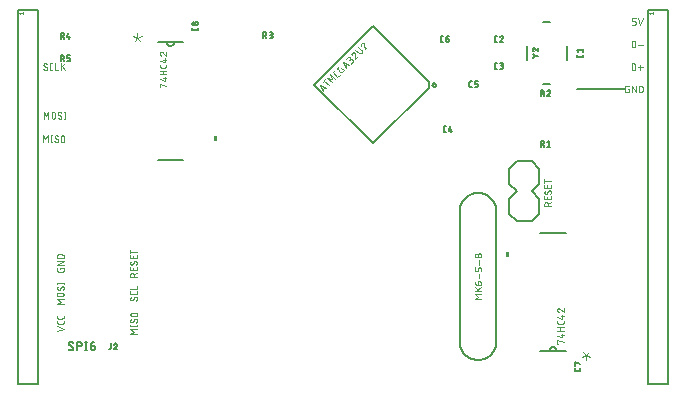
<source format=gbr>
G04 EAGLE Gerber RS-274X export*
G75*
%MOMM*%
%FSLAX34Y34*%
%LPD*%
%INSilkscreen Top*%
%IPPOS*%
%AMOC8*
5,1,8,0,0,1.08239X$1,22.5*%
G01*
%ADD10C,0.050800*%
%ADD11C,0.127000*%
%ADD12C,0.152400*%
%ADD13C,0.076200*%
%ADD14C,0.203200*%
%ADD15C,0.025400*%

G36*
X172976Y210060D02*
X172976Y210060D01*
X172978Y210059D01*
X173021Y210079D01*
X173065Y210097D01*
X173065Y210099D01*
X173067Y210100D01*
X173100Y210185D01*
X173100Y213995D01*
X173099Y213997D01*
X173100Y213999D01*
X173080Y214042D01*
X173062Y214086D01*
X173060Y214086D01*
X173059Y214088D01*
X172974Y214121D01*
X170434Y214121D01*
X170432Y214120D01*
X170430Y214121D01*
X170387Y214101D01*
X170343Y214083D01*
X170343Y214081D01*
X170341Y214080D01*
X170308Y213995D01*
X170308Y210185D01*
X170309Y210183D01*
X170308Y210181D01*
X170328Y210138D01*
X170346Y210094D01*
X170348Y210094D01*
X170349Y210092D01*
X170434Y210059D01*
X172974Y210059D01*
X172976Y210060D01*
G37*
G36*
X420118Y112270D02*
X420118Y112270D01*
X420120Y112269D01*
X420163Y112289D01*
X420207Y112307D01*
X420207Y112309D01*
X420209Y112310D01*
X420242Y112395D01*
X420242Y116205D01*
X420241Y116207D01*
X420242Y116209D01*
X420222Y116252D01*
X420204Y116296D01*
X420202Y116296D01*
X420201Y116298D01*
X420116Y116331D01*
X417576Y116331D01*
X417574Y116330D01*
X417572Y116331D01*
X417529Y116311D01*
X417485Y116293D01*
X417485Y116291D01*
X417483Y116290D01*
X417450Y116205D01*
X417450Y112395D01*
X417451Y112393D01*
X417450Y112391D01*
X417470Y112348D01*
X417488Y112304D01*
X417490Y112304D01*
X417491Y112302D01*
X417576Y112269D01*
X420116Y112269D01*
X420118Y112270D01*
G37*
D10*
X524245Y308356D02*
X526107Y308356D01*
X526177Y308358D01*
X526246Y308364D01*
X526315Y308374D01*
X526383Y308387D01*
X526451Y308405D01*
X526517Y308426D01*
X526582Y308451D01*
X526646Y308479D01*
X526708Y308511D01*
X526768Y308546D01*
X526826Y308585D01*
X526881Y308627D01*
X526935Y308672D01*
X526985Y308720D01*
X527033Y308770D01*
X527078Y308824D01*
X527120Y308879D01*
X527159Y308937D01*
X527194Y308997D01*
X527226Y309059D01*
X527254Y309123D01*
X527279Y309188D01*
X527300Y309254D01*
X527318Y309322D01*
X527331Y309390D01*
X527341Y309459D01*
X527347Y309528D01*
X527349Y309598D01*
X527349Y310219D01*
X527347Y310289D01*
X527341Y310358D01*
X527331Y310427D01*
X527318Y310495D01*
X527300Y310563D01*
X527279Y310629D01*
X527254Y310694D01*
X527226Y310758D01*
X527194Y310820D01*
X527159Y310880D01*
X527120Y310938D01*
X527078Y310993D01*
X527033Y311047D01*
X526985Y311097D01*
X526935Y311145D01*
X526881Y311190D01*
X526826Y311232D01*
X526768Y311271D01*
X526708Y311306D01*
X526646Y311338D01*
X526582Y311366D01*
X526517Y311391D01*
X526451Y311412D01*
X526383Y311430D01*
X526315Y311443D01*
X526246Y311453D01*
X526177Y311459D01*
X526107Y311461D01*
X526107Y311460D02*
X524245Y311460D01*
X524245Y313944D01*
X527349Y313944D01*
X529421Y313944D02*
X531283Y308356D01*
X533146Y313944D01*
X523696Y294894D02*
X523696Y289306D01*
X523696Y294894D02*
X525248Y294894D01*
X525324Y294892D01*
X525400Y294887D01*
X525476Y294877D01*
X525551Y294864D01*
X525625Y294847D01*
X525699Y294827D01*
X525771Y294803D01*
X525842Y294776D01*
X525912Y294745D01*
X525980Y294711D01*
X526046Y294673D01*
X526110Y294632D01*
X526173Y294589D01*
X526233Y294542D01*
X526290Y294492D01*
X526345Y294439D01*
X526398Y294384D01*
X526448Y294327D01*
X526495Y294267D01*
X526538Y294204D01*
X526579Y294140D01*
X526617Y294074D01*
X526651Y294006D01*
X526682Y293936D01*
X526709Y293865D01*
X526733Y293792D01*
X526753Y293719D01*
X526770Y293645D01*
X526783Y293570D01*
X526793Y293494D01*
X526798Y293418D01*
X526800Y293342D01*
X526801Y293342D02*
X526801Y290858D01*
X526800Y290858D02*
X526798Y290779D01*
X526792Y290701D01*
X526782Y290623D01*
X526768Y290546D01*
X526750Y290469D01*
X526729Y290393D01*
X526703Y290319D01*
X526674Y290246D01*
X526641Y290175D01*
X526605Y290105D01*
X526565Y290037D01*
X526522Y289971D01*
X526475Y289908D01*
X526426Y289847D01*
X526373Y289789D01*
X526317Y289733D01*
X526259Y289680D01*
X526198Y289631D01*
X526135Y289584D01*
X526069Y289541D01*
X526001Y289501D01*
X525932Y289465D01*
X525860Y289432D01*
X525787Y289403D01*
X525713Y289377D01*
X525637Y289356D01*
X525560Y289338D01*
X525483Y289324D01*
X525405Y289314D01*
X525327Y289308D01*
X525248Y289306D01*
X523696Y289306D01*
X529421Y291479D02*
X533146Y291479D01*
X523696Y275844D02*
X523696Y270256D01*
X523696Y275844D02*
X525248Y275844D01*
X525324Y275842D01*
X525400Y275837D01*
X525476Y275827D01*
X525551Y275814D01*
X525625Y275797D01*
X525699Y275777D01*
X525771Y275753D01*
X525842Y275726D01*
X525912Y275695D01*
X525980Y275661D01*
X526046Y275623D01*
X526110Y275582D01*
X526173Y275539D01*
X526233Y275492D01*
X526290Y275442D01*
X526345Y275389D01*
X526398Y275334D01*
X526448Y275277D01*
X526495Y275217D01*
X526538Y275154D01*
X526579Y275090D01*
X526617Y275024D01*
X526651Y274956D01*
X526682Y274886D01*
X526709Y274815D01*
X526733Y274742D01*
X526753Y274669D01*
X526770Y274595D01*
X526783Y274520D01*
X526793Y274444D01*
X526798Y274368D01*
X526800Y274292D01*
X526801Y274292D02*
X526801Y271808D01*
X526800Y271808D02*
X526798Y271729D01*
X526792Y271651D01*
X526782Y271573D01*
X526768Y271496D01*
X526750Y271419D01*
X526729Y271343D01*
X526703Y271269D01*
X526674Y271196D01*
X526641Y271125D01*
X526605Y271055D01*
X526565Y270987D01*
X526522Y270921D01*
X526475Y270858D01*
X526426Y270797D01*
X526373Y270739D01*
X526317Y270683D01*
X526259Y270630D01*
X526198Y270581D01*
X526135Y270534D01*
X526069Y270491D01*
X526001Y270451D01*
X525932Y270415D01*
X525860Y270382D01*
X525787Y270353D01*
X525713Y270327D01*
X525637Y270306D01*
X525560Y270288D01*
X525483Y270274D01*
X525405Y270264D01*
X525327Y270258D01*
X525248Y270256D01*
X523696Y270256D01*
X529421Y272429D02*
X533146Y272429D01*
X531283Y270566D02*
X531283Y274292D01*
X521442Y254310D02*
X520510Y254310D01*
X521442Y254310D02*
X521442Y251206D01*
X519579Y251206D01*
X519509Y251208D01*
X519440Y251214D01*
X519371Y251224D01*
X519303Y251237D01*
X519235Y251255D01*
X519169Y251276D01*
X519104Y251301D01*
X519040Y251329D01*
X518978Y251361D01*
X518918Y251396D01*
X518860Y251435D01*
X518805Y251477D01*
X518751Y251522D01*
X518701Y251570D01*
X518653Y251620D01*
X518608Y251674D01*
X518566Y251729D01*
X518527Y251787D01*
X518492Y251847D01*
X518460Y251909D01*
X518432Y251973D01*
X518407Y252038D01*
X518386Y252104D01*
X518368Y252172D01*
X518355Y252240D01*
X518345Y252309D01*
X518339Y252378D01*
X518337Y252448D01*
X518337Y255552D01*
X518339Y255622D01*
X518345Y255691D01*
X518355Y255760D01*
X518368Y255828D01*
X518386Y255896D01*
X518407Y255962D01*
X518432Y256027D01*
X518460Y256091D01*
X518492Y256153D01*
X518527Y256213D01*
X518566Y256271D01*
X518608Y256326D01*
X518653Y256380D01*
X518701Y256430D01*
X518751Y256478D01*
X518805Y256523D01*
X518860Y256565D01*
X518918Y256604D01*
X518978Y256639D01*
X519040Y256671D01*
X519104Y256699D01*
X519169Y256724D01*
X519235Y256745D01*
X519303Y256763D01*
X519371Y256776D01*
X519440Y256786D01*
X519509Y256792D01*
X519579Y256794D01*
X521442Y256794D01*
X524189Y256794D02*
X524189Y251206D01*
X527294Y251206D02*
X524189Y256794D01*
X527294Y256794D02*
X527294Y251206D01*
X530042Y251206D02*
X530042Y256794D01*
X531594Y256794D01*
X531670Y256792D01*
X531746Y256787D01*
X531822Y256777D01*
X531897Y256764D01*
X531971Y256747D01*
X532045Y256727D01*
X532117Y256703D01*
X532188Y256676D01*
X532258Y256645D01*
X532326Y256611D01*
X532392Y256573D01*
X532456Y256532D01*
X532519Y256489D01*
X532579Y256442D01*
X532636Y256392D01*
X532691Y256339D01*
X532744Y256284D01*
X532794Y256227D01*
X532841Y256167D01*
X532884Y256104D01*
X532925Y256040D01*
X532963Y255974D01*
X532997Y255906D01*
X533028Y255836D01*
X533055Y255765D01*
X533079Y255692D01*
X533099Y255619D01*
X533116Y255545D01*
X533129Y255470D01*
X533139Y255394D01*
X533144Y255318D01*
X533146Y255242D01*
X533146Y252758D01*
X533144Y252679D01*
X533138Y252601D01*
X533128Y252523D01*
X533114Y252446D01*
X533096Y252369D01*
X533075Y252293D01*
X533049Y252219D01*
X533020Y252146D01*
X532987Y252075D01*
X532951Y252005D01*
X532911Y251937D01*
X532868Y251871D01*
X532821Y251808D01*
X532772Y251747D01*
X532719Y251689D01*
X532663Y251633D01*
X532605Y251580D01*
X532544Y251531D01*
X532481Y251484D01*
X532415Y251441D01*
X532347Y251401D01*
X532278Y251365D01*
X532206Y251332D01*
X532133Y251303D01*
X532059Y251277D01*
X531983Y251256D01*
X531906Y251238D01*
X531829Y251224D01*
X531751Y251214D01*
X531673Y251208D01*
X531594Y251206D01*
X530042Y251206D01*
X28759Y271498D02*
X28757Y271428D01*
X28751Y271359D01*
X28741Y271290D01*
X28728Y271222D01*
X28710Y271154D01*
X28689Y271088D01*
X28664Y271023D01*
X28636Y270959D01*
X28604Y270897D01*
X28569Y270837D01*
X28530Y270779D01*
X28488Y270724D01*
X28443Y270670D01*
X28395Y270620D01*
X28345Y270572D01*
X28291Y270527D01*
X28236Y270485D01*
X28178Y270446D01*
X28118Y270411D01*
X28056Y270379D01*
X27992Y270351D01*
X27927Y270326D01*
X27861Y270305D01*
X27793Y270287D01*
X27725Y270274D01*
X27656Y270264D01*
X27587Y270258D01*
X27517Y270256D01*
X27418Y270258D01*
X27320Y270263D01*
X27222Y270273D01*
X27124Y270286D01*
X27027Y270302D01*
X26930Y270322D01*
X26835Y270346D01*
X26740Y270374D01*
X26646Y270405D01*
X26554Y270439D01*
X26463Y270477D01*
X26373Y270518D01*
X26285Y270563D01*
X26199Y270611D01*
X26115Y270662D01*
X26033Y270716D01*
X25952Y270774D01*
X25874Y270834D01*
X25799Y270897D01*
X25725Y270963D01*
X25655Y271032D01*
X25809Y274602D02*
X25811Y274672D01*
X25817Y274741D01*
X25827Y274810D01*
X25840Y274878D01*
X25858Y274946D01*
X25879Y275012D01*
X25904Y275077D01*
X25932Y275141D01*
X25964Y275203D01*
X25999Y275263D01*
X26038Y275321D01*
X26080Y275376D01*
X26125Y275430D01*
X26173Y275480D01*
X26223Y275528D01*
X26277Y275573D01*
X26332Y275615D01*
X26390Y275654D01*
X26450Y275689D01*
X26512Y275721D01*
X26576Y275749D01*
X26641Y275774D01*
X26707Y275795D01*
X26775Y275813D01*
X26843Y275826D01*
X26912Y275836D01*
X26981Y275842D01*
X27051Y275844D01*
X27145Y275842D01*
X27238Y275836D01*
X27331Y275827D01*
X27424Y275814D01*
X27516Y275797D01*
X27607Y275777D01*
X27698Y275752D01*
X27787Y275725D01*
X27875Y275693D01*
X27962Y275658D01*
X28048Y275620D01*
X28131Y275578D01*
X28213Y275533D01*
X28294Y275485D01*
X28372Y275433D01*
X28448Y275378D01*
X26430Y273516D02*
X26371Y273552D01*
X26315Y273592D01*
X26261Y273635D01*
X26209Y273680D01*
X26160Y273729D01*
X26114Y273780D01*
X26071Y273833D01*
X26030Y273889D01*
X25993Y273947D01*
X25958Y274007D01*
X25928Y274068D01*
X25900Y274131D01*
X25876Y274196D01*
X25856Y274262D01*
X25839Y274329D01*
X25826Y274396D01*
X25817Y274464D01*
X25811Y274533D01*
X25809Y274602D01*
X28137Y272584D02*
X28196Y272548D01*
X28252Y272508D01*
X28306Y272465D01*
X28358Y272420D01*
X28407Y272371D01*
X28453Y272320D01*
X28496Y272267D01*
X28537Y272211D01*
X28574Y272153D01*
X28609Y272093D01*
X28639Y272032D01*
X28667Y271969D01*
X28691Y271904D01*
X28711Y271838D01*
X28728Y271771D01*
X28741Y271704D01*
X28750Y271636D01*
X28756Y271567D01*
X28758Y271498D01*
X28138Y272584D02*
X26430Y273516D01*
X32183Y270256D02*
X33425Y270256D01*
X32183Y270256D02*
X32113Y270258D01*
X32044Y270264D01*
X31975Y270274D01*
X31907Y270287D01*
X31839Y270305D01*
X31773Y270326D01*
X31708Y270351D01*
X31644Y270379D01*
X31582Y270411D01*
X31522Y270446D01*
X31464Y270485D01*
X31409Y270527D01*
X31355Y270572D01*
X31305Y270620D01*
X31257Y270670D01*
X31212Y270724D01*
X31170Y270779D01*
X31131Y270837D01*
X31096Y270897D01*
X31064Y270959D01*
X31036Y271023D01*
X31011Y271088D01*
X30990Y271154D01*
X30972Y271222D01*
X30959Y271290D01*
X30949Y271359D01*
X30943Y271428D01*
X30941Y271498D01*
X30941Y274602D01*
X30943Y274672D01*
X30949Y274741D01*
X30959Y274810D01*
X30972Y274878D01*
X30990Y274946D01*
X31011Y275012D01*
X31036Y275077D01*
X31064Y275141D01*
X31096Y275203D01*
X31131Y275263D01*
X31170Y275321D01*
X31212Y275376D01*
X31257Y275430D01*
X31305Y275480D01*
X31355Y275528D01*
X31409Y275573D01*
X31464Y275615D01*
X31522Y275654D01*
X31582Y275689D01*
X31644Y275721D01*
X31708Y275749D01*
X31773Y275774D01*
X31839Y275795D01*
X31907Y275813D01*
X31975Y275826D01*
X32044Y275836D01*
X32113Y275842D01*
X32183Y275844D01*
X33425Y275844D01*
X35723Y275844D02*
X35723Y270256D01*
X38207Y270256D01*
X40550Y270256D02*
X40550Y275844D01*
X43655Y275844D02*
X40550Y272429D01*
X41792Y273671D02*
X43655Y270256D01*
X26289Y234569D02*
X26289Y228981D01*
X28152Y231465D02*
X26289Y234569D01*
X28152Y231465D02*
X30014Y234569D01*
X30014Y228981D01*
X32634Y230533D02*
X32634Y233017D01*
X32635Y233017D02*
X32637Y233094D01*
X32643Y233172D01*
X32652Y233248D01*
X32666Y233325D01*
X32683Y233400D01*
X32704Y233474D01*
X32729Y233548D01*
X32757Y233620D01*
X32789Y233690D01*
X32824Y233759D01*
X32863Y233826D01*
X32905Y233891D01*
X32950Y233954D01*
X32998Y234015D01*
X33049Y234073D01*
X33103Y234128D01*
X33160Y234181D01*
X33219Y234230D01*
X33281Y234277D01*
X33345Y234321D01*
X33411Y234361D01*
X33479Y234398D01*
X33549Y234432D01*
X33620Y234462D01*
X33693Y234488D01*
X33767Y234511D01*
X33842Y234530D01*
X33917Y234545D01*
X33994Y234557D01*
X34071Y234565D01*
X34148Y234569D01*
X34226Y234569D01*
X34303Y234565D01*
X34380Y234557D01*
X34457Y234545D01*
X34532Y234530D01*
X34607Y234511D01*
X34681Y234488D01*
X34754Y234462D01*
X34825Y234432D01*
X34895Y234398D01*
X34963Y234361D01*
X35029Y234321D01*
X35093Y234277D01*
X35155Y234230D01*
X35214Y234181D01*
X35271Y234128D01*
X35325Y234073D01*
X35376Y234015D01*
X35424Y233954D01*
X35469Y233891D01*
X35511Y233826D01*
X35550Y233759D01*
X35585Y233690D01*
X35617Y233620D01*
X35645Y233548D01*
X35670Y233474D01*
X35691Y233400D01*
X35708Y233325D01*
X35722Y233248D01*
X35731Y233172D01*
X35737Y233094D01*
X35739Y233017D01*
X35739Y230533D01*
X35737Y230456D01*
X35731Y230378D01*
X35722Y230302D01*
X35708Y230225D01*
X35691Y230150D01*
X35670Y230076D01*
X35645Y230002D01*
X35617Y229930D01*
X35585Y229860D01*
X35550Y229791D01*
X35511Y229724D01*
X35469Y229659D01*
X35424Y229596D01*
X35376Y229535D01*
X35325Y229477D01*
X35271Y229422D01*
X35214Y229369D01*
X35155Y229320D01*
X35093Y229273D01*
X35029Y229229D01*
X34963Y229189D01*
X34895Y229152D01*
X34825Y229118D01*
X34754Y229088D01*
X34681Y229062D01*
X34607Y229039D01*
X34532Y229020D01*
X34457Y229005D01*
X34380Y228993D01*
X34303Y228985D01*
X34226Y228981D01*
X34148Y228981D01*
X34071Y228985D01*
X33994Y228993D01*
X33917Y229005D01*
X33842Y229020D01*
X33767Y229039D01*
X33693Y229062D01*
X33620Y229088D01*
X33549Y229118D01*
X33479Y229152D01*
X33411Y229189D01*
X33345Y229229D01*
X33281Y229273D01*
X33219Y229320D01*
X33160Y229369D01*
X33103Y229422D01*
X33049Y229477D01*
X32998Y229535D01*
X32950Y229596D01*
X32905Y229659D01*
X32863Y229724D01*
X32824Y229791D01*
X32789Y229860D01*
X32757Y229930D01*
X32729Y230002D01*
X32704Y230076D01*
X32683Y230150D01*
X32666Y230225D01*
X32652Y230302D01*
X32643Y230378D01*
X32637Y230456D01*
X32635Y230533D01*
X39801Y228981D02*
X39871Y228983D01*
X39940Y228989D01*
X40009Y228999D01*
X40077Y229012D01*
X40145Y229030D01*
X40211Y229051D01*
X40276Y229076D01*
X40340Y229104D01*
X40402Y229136D01*
X40462Y229171D01*
X40520Y229210D01*
X40575Y229252D01*
X40629Y229297D01*
X40679Y229345D01*
X40727Y229395D01*
X40772Y229449D01*
X40814Y229504D01*
X40853Y229562D01*
X40888Y229622D01*
X40920Y229684D01*
X40948Y229748D01*
X40973Y229813D01*
X40994Y229879D01*
X41012Y229947D01*
X41025Y230015D01*
X41035Y230084D01*
X41041Y230153D01*
X41043Y230223D01*
X39801Y228981D02*
X39702Y228983D01*
X39604Y228988D01*
X39506Y228998D01*
X39408Y229011D01*
X39311Y229027D01*
X39214Y229047D01*
X39119Y229071D01*
X39024Y229099D01*
X38930Y229130D01*
X38838Y229164D01*
X38747Y229202D01*
X38657Y229243D01*
X38569Y229288D01*
X38483Y229336D01*
X38399Y229387D01*
X38317Y229441D01*
X38236Y229499D01*
X38158Y229559D01*
X38083Y229622D01*
X38009Y229688D01*
X37939Y229757D01*
X38093Y233327D02*
X38095Y233397D01*
X38101Y233466D01*
X38111Y233535D01*
X38124Y233603D01*
X38142Y233671D01*
X38163Y233737D01*
X38188Y233802D01*
X38216Y233866D01*
X38248Y233928D01*
X38283Y233988D01*
X38322Y234046D01*
X38364Y234101D01*
X38409Y234155D01*
X38457Y234205D01*
X38507Y234253D01*
X38561Y234298D01*
X38616Y234340D01*
X38674Y234379D01*
X38734Y234414D01*
X38796Y234446D01*
X38860Y234474D01*
X38925Y234499D01*
X38991Y234520D01*
X39059Y234538D01*
X39127Y234551D01*
X39196Y234561D01*
X39265Y234567D01*
X39335Y234569D01*
X39429Y234567D01*
X39522Y234561D01*
X39615Y234552D01*
X39708Y234539D01*
X39800Y234522D01*
X39891Y234502D01*
X39982Y234477D01*
X40071Y234450D01*
X40159Y234418D01*
X40246Y234383D01*
X40332Y234345D01*
X40415Y234303D01*
X40497Y234258D01*
X40578Y234210D01*
X40656Y234158D01*
X40732Y234103D01*
X38714Y232241D02*
X38655Y232277D01*
X38599Y232317D01*
X38545Y232360D01*
X38493Y232405D01*
X38444Y232454D01*
X38398Y232505D01*
X38355Y232558D01*
X38314Y232614D01*
X38277Y232672D01*
X38242Y232732D01*
X38212Y232793D01*
X38184Y232856D01*
X38160Y232921D01*
X38140Y232987D01*
X38123Y233054D01*
X38110Y233121D01*
X38101Y233189D01*
X38095Y233258D01*
X38093Y233327D01*
X40421Y231309D02*
X40480Y231273D01*
X40536Y231233D01*
X40590Y231190D01*
X40642Y231145D01*
X40691Y231096D01*
X40737Y231045D01*
X40780Y230992D01*
X40821Y230936D01*
X40858Y230878D01*
X40893Y230818D01*
X40923Y230757D01*
X40951Y230694D01*
X40975Y230629D01*
X40995Y230563D01*
X41012Y230496D01*
X41025Y230429D01*
X41034Y230361D01*
X41040Y230292D01*
X41042Y230223D01*
X40422Y231309D02*
X38714Y232241D01*
X43696Y234569D02*
X43696Y228981D01*
X43076Y228981D02*
X44317Y228981D01*
X44317Y234569D02*
X43076Y234569D01*
X25654Y214884D02*
X25654Y209296D01*
X27517Y211780D02*
X25654Y214884D01*
X27517Y211780D02*
X29379Y214884D01*
X29379Y209296D01*
X32454Y209296D02*
X32454Y214884D01*
X31834Y209296D02*
X33075Y209296D01*
X33075Y214884D02*
X31834Y214884D01*
X36971Y209296D02*
X37041Y209298D01*
X37110Y209304D01*
X37179Y209314D01*
X37247Y209327D01*
X37315Y209345D01*
X37381Y209366D01*
X37446Y209391D01*
X37510Y209419D01*
X37572Y209451D01*
X37632Y209486D01*
X37690Y209525D01*
X37745Y209567D01*
X37799Y209612D01*
X37849Y209660D01*
X37897Y209710D01*
X37942Y209764D01*
X37984Y209819D01*
X38023Y209877D01*
X38058Y209937D01*
X38090Y209999D01*
X38118Y210063D01*
X38143Y210128D01*
X38164Y210194D01*
X38182Y210262D01*
X38195Y210330D01*
X38205Y210399D01*
X38211Y210468D01*
X38213Y210538D01*
X36971Y209296D02*
X36872Y209298D01*
X36774Y209303D01*
X36676Y209313D01*
X36578Y209326D01*
X36481Y209342D01*
X36384Y209362D01*
X36289Y209386D01*
X36194Y209414D01*
X36100Y209445D01*
X36008Y209479D01*
X35917Y209517D01*
X35827Y209558D01*
X35739Y209603D01*
X35653Y209651D01*
X35569Y209702D01*
X35487Y209756D01*
X35406Y209814D01*
X35328Y209874D01*
X35253Y209937D01*
X35179Y210003D01*
X35109Y210072D01*
X35263Y213642D02*
X35265Y213712D01*
X35271Y213781D01*
X35281Y213850D01*
X35294Y213918D01*
X35312Y213986D01*
X35333Y214052D01*
X35358Y214117D01*
X35386Y214181D01*
X35418Y214243D01*
X35453Y214303D01*
X35492Y214361D01*
X35534Y214416D01*
X35579Y214470D01*
X35627Y214520D01*
X35677Y214568D01*
X35731Y214613D01*
X35786Y214655D01*
X35844Y214694D01*
X35904Y214729D01*
X35966Y214761D01*
X36030Y214789D01*
X36095Y214814D01*
X36161Y214835D01*
X36229Y214853D01*
X36297Y214866D01*
X36366Y214876D01*
X36435Y214882D01*
X36505Y214884D01*
X36599Y214882D01*
X36692Y214876D01*
X36785Y214867D01*
X36878Y214854D01*
X36970Y214837D01*
X37061Y214817D01*
X37152Y214792D01*
X37241Y214765D01*
X37329Y214733D01*
X37416Y214698D01*
X37502Y214660D01*
X37585Y214618D01*
X37667Y214573D01*
X37748Y214525D01*
X37826Y214473D01*
X37902Y214418D01*
X35885Y212556D02*
X35826Y212592D01*
X35770Y212632D01*
X35716Y212675D01*
X35664Y212720D01*
X35615Y212769D01*
X35569Y212820D01*
X35526Y212873D01*
X35485Y212929D01*
X35448Y212987D01*
X35413Y213047D01*
X35383Y213108D01*
X35355Y213171D01*
X35331Y213236D01*
X35311Y213302D01*
X35294Y213369D01*
X35281Y213436D01*
X35272Y213504D01*
X35266Y213573D01*
X35264Y213642D01*
X37592Y211624D02*
X37651Y211588D01*
X37707Y211548D01*
X37761Y211505D01*
X37813Y211460D01*
X37862Y211411D01*
X37908Y211360D01*
X37951Y211307D01*
X37992Y211251D01*
X38029Y211193D01*
X38064Y211133D01*
X38094Y211072D01*
X38122Y211009D01*
X38146Y210944D01*
X38166Y210878D01*
X38183Y210811D01*
X38196Y210744D01*
X38205Y210676D01*
X38211Y210607D01*
X38213Y210538D01*
X37592Y211624D02*
X35885Y212556D01*
X40412Y213332D02*
X40412Y210848D01*
X40412Y213332D02*
X40414Y213409D01*
X40420Y213487D01*
X40429Y213563D01*
X40443Y213640D01*
X40460Y213715D01*
X40481Y213789D01*
X40506Y213863D01*
X40534Y213935D01*
X40566Y214005D01*
X40601Y214074D01*
X40640Y214141D01*
X40682Y214206D01*
X40727Y214269D01*
X40775Y214330D01*
X40826Y214388D01*
X40880Y214443D01*
X40937Y214496D01*
X40996Y214545D01*
X41058Y214592D01*
X41122Y214636D01*
X41188Y214676D01*
X41256Y214713D01*
X41326Y214747D01*
X41397Y214777D01*
X41470Y214803D01*
X41544Y214826D01*
X41619Y214845D01*
X41694Y214860D01*
X41771Y214872D01*
X41848Y214880D01*
X41925Y214884D01*
X42003Y214884D01*
X42080Y214880D01*
X42157Y214872D01*
X42234Y214860D01*
X42309Y214845D01*
X42384Y214826D01*
X42458Y214803D01*
X42531Y214777D01*
X42602Y214747D01*
X42672Y214713D01*
X42740Y214676D01*
X42806Y214636D01*
X42870Y214592D01*
X42932Y214545D01*
X42991Y214496D01*
X43048Y214443D01*
X43102Y214388D01*
X43153Y214330D01*
X43201Y214269D01*
X43246Y214206D01*
X43288Y214141D01*
X43327Y214074D01*
X43362Y214005D01*
X43394Y213935D01*
X43422Y213863D01*
X43447Y213789D01*
X43468Y213715D01*
X43485Y213640D01*
X43499Y213563D01*
X43508Y213487D01*
X43514Y213409D01*
X43516Y213332D01*
X43516Y210848D01*
X43514Y210771D01*
X43508Y210693D01*
X43499Y210617D01*
X43485Y210540D01*
X43468Y210465D01*
X43447Y210391D01*
X43422Y210317D01*
X43394Y210245D01*
X43362Y210175D01*
X43327Y210106D01*
X43288Y210039D01*
X43246Y209974D01*
X43201Y209911D01*
X43153Y209850D01*
X43102Y209792D01*
X43048Y209737D01*
X42991Y209684D01*
X42932Y209635D01*
X42870Y209588D01*
X42806Y209544D01*
X42740Y209504D01*
X42672Y209467D01*
X42602Y209433D01*
X42531Y209403D01*
X42458Y209377D01*
X42384Y209354D01*
X42309Y209335D01*
X42234Y209320D01*
X42157Y209308D01*
X42080Y209300D01*
X42003Y209296D01*
X41925Y209296D01*
X41848Y209300D01*
X41771Y209308D01*
X41694Y209320D01*
X41619Y209335D01*
X41544Y209354D01*
X41470Y209377D01*
X41397Y209403D01*
X41326Y209433D01*
X41256Y209467D01*
X41188Y209504D01*
X41122Y209544D01*
X41058Y209588D01*
X40996Y209635D01*
X40937Y209684D01*
X40880Y209737D01*
X40826Y209792D01*
X40775Y209850D01*
X40727Y209911D01*
X40682Y209974D01*
X40640Y210039D01*
X40601Y210106D01*
X40566Y210175D01*
X40534Y210245D01*
X40506Y210317D01*
X40481Y210391D01*
X40460Y210465D01*
X40443Y210540D01*
X40429Y210617D01*
X40420Y210693D01*
X40414Y210771D01*
X40412Y210848D01*
X449961Y155194D02*
X455549Y155194D01*
X449961Y155194D02*
X449961Y156746D01*
X449963Y156823D01*
X449969Y156901D01*
X449978Y156977D01*
X449992Y157054D01*
X450009Y157129D01*
X450030Y157203D01*
X450055Y157277D01*
X450083Y157349D01*
X450115Y157419D01*
X450150Y157488D01*
X450189Y157555D01*
X450231Y157620D01*
X450276Y157683D01*
X450324Y157744D01*
X450375Y157802D01*
X450429Y157857D01*
X450486Y157910D01*
X450545Y157959D01*
X450607Y158006D01*
X450671Y158050D01*
X450737Y158090D01*
X450805Y158127D01*
X450875Y158161D01*
X450946Y158191D01*
X451019Y158217D01*
X451093Y158240D01*
X451168Y158259D01*
X451243Y158274D01*
X451320Y158286D01*
X451397Y158294D01*
X451474Y158298D01*
X451552Y158298D01*
X451629Y158294D01*
X451706Y158286D01*
X451783Y158274D01*
X451858Y158259D01*
X451933Y158240D01*
X452007Y158217D01*
X452080Y158191D01*
X452151Y158161D01*
X452221Y158127D01*
X452289Y158090D01*
X452355Y158050D01*
X452419Y158006D01*
X452481Y157959D01*
X452540Y157910D01*
X452597Y157857D01*
X452651Y157802D01*
X452702Y157744D01*
X452750Y157683D01*
X452795Y157620D01*
X452837Y157555D01*
X452876Y157488D01*
X452911Y157419D01*
X452943Y157349D01*
X452971Y157277D01*
X452996Y157203D01*
X453017Y157129D01*
X453034Y157054D01*
X453048Y156977D01*
X453057Y156901D01*
X453063Y156823D01*
X453065Y156746D01*
X453065Y155194D01*
X453065Y157057D02*
X455549Y158298D01*
X455549Y160838D02*
X455549Y163322D01*
X455549Y160838D02*
X449961Y160838D01*
X449961Y163322D01*
X452445Y162701D02*
X452445Y160838D01*
X455549Y167079D02*
X455547Y167149D01*
X455541Y167218D01*
X455531Y167287D01*
X455518Y167355D01*
X455500Y167423D01*
X455479Y167489D01*
X455454Y167554D01*
X455426Y167618D01*
X455394Y167680D01*
X455359Y167740D01*
X455320Y167798D01*
X455278Y167853D01*
X455233Y167907D01*
X455185Y167957D01*
X455135Y168005D01*
X455081Y168050D01*
X455026Y168092D01*
X454968Y168131D01*
X454908Y168166D01*
X454846Y168198D01*
X454782Y168226D01*
X454717Y168251D01*
X454651Y168272D01*
X454583Y168290D01*
X454515Y168303D01*
X454446Y168313D01*
X454377Y168319D01*
X454307Y168321D01*
X455549Y167079D02*
X455547Y166980D01*
X455542Y166882D01*
X455532Y166784D01*
X455519Y166686D01*
X455503Y166589D01*
X455483Y166492D01*
X455459Y166397D01*
X455431Y166302D01*
X455400Y166208D01*
X455366Y166116D01*
X455328Y166025D01*
X455287Y165935D01*
X455242Y165847D01*
X455194Y165761D01*
X455143Y165677D01*
X455089Y165595D01*
X455031Y165514D01*
X454971Y165436D01*
X454908Y165361D01*
X454842Y165287D01*
X454773Y165217D01*
X451203Y165371D02*
X451133Y165373D01*
X451064Y165379D01*
X450995Y165389D01*
X450927Y165402D01*
X450859Y165420D01*
X450793Y165441D01*
X450728Y165466D01*
X450664Y165494D01*
X450602Y165526D01*
X450542Y165561D01*
X450484Y165600D01*
X450429Y165642D01*
X450375Y165687D01*
X450325Y165735D01*
X450277Y165785D01*
X450232Y165839D01*
X450190Y165894D01*
X450151Y165952D01*
X450116Y166012D01*
X450084Y166074D01*
X450056Y166138D01*
X450031Y166203D01*
X450010Y166269D01*
X449992Y166337D01*
X449979Y166405D01*
X449969Y166474D01*
X449963Y166543D01*
X449961Y166613D01*
X449963Y166707D01*
X449969Y166800D01*
X449978Y166893D01*
X449991Y166986D01*
X450008Y167078D01*
X450028Y167169D01*
X450053Y167260D01*
X450080Y167349D01*
X450112Y167437D01*
X450147Y167524D01*
X450185Y167610D01*
X450227Y167693D01*
X450272Y167776D01*
X450320Y167856D01*
X450372Y167934D01*
X450427Y168010D01*
X452289Y165993D02*
X452253Y165934D01*
X452213Y165878D01*
X452170Y165824D01*
X452125Y165772D01*
X452076Y165723D01*
X452025Y165677D01*
X451972Y165634D01*
X451916Y165593D01*
X451858Y165556D01*
X451798Y165521D01*
X451737Y165491D01*
X451674Y165463D01*
X451609Y165439D01*
X451543Y165419D01*
X451476Y165402D01*
X451409Y165389D01*
X451341Y165380D01*
X451272Y165374D01*
X451203Y165372D01*
X453221Y167699D02*
X453257Y167758D01*
X453297Y167814D01*
X453340Y167868D01*
X453385Y167920D01*
X453434Y167969D01*
X453485Y168015D01*
X453538Y168058D01*
X453594Y168099D01*
X453652Y168136D01*
X453712Y168171D01*
X453773Y168201D01*
X453836Y168229D01*
X453901Y168253D01*
X453967Y168273D01*
X454034Y168290D01*
X454101Y168303D01*
X454169Y168312D01*
X454238Y168318D01*
X454307Y168320D01*
X453221Y167700D02*
X452289Y165992D01*
X455549Y170714D02*
X455549Y173197D01*
X455549Y170714D02*
X449961Y170714D01*
X449961Y173197D01*
X452445Y172576D02*
X452445Y170714D01*
X449961Y176461D02*
X455549Y176461D01*
X449961Y174909D02*
X449961Y178013D01*
X262505Y252204D02*
X259871Y257472D01*
X265139Y254838D01*
X263822Y255497D02*
X261847Y253521D01*
X267443Y257142D02*
X263492Y261093D01*
X262394Y259996D02*
X264589Y262191D01*
X266183Y263785D02*
X270135Y259833D01*
X269696Y262907D02*
X266183Y263785D01*
X269696Y262907D02*
X268818Y266419D01*
X272769Y262468D01*
X274759Y264457D02*
X276515Y266214D01*
X274759Y264457D02*
X270807Y268409D01*
X272564Y270165D01*
X273881Y267970D02*
X272564Y266653D01*
X277455Y271544D02*
X278113Y272202D01*
X280308Y270007D01*
X278991Y268690D01*
X278941Y268642D01*
X278887Y268597D01*
X278832Y268555D01*
X278774Y268516D01*
X278714Y268481D01*
X278652Y268449D01*
X278588Y268421D01*
X278523Y268396D01*
X278457Y268375D01*
X278389Y268357D01*
X278321Y268344D01*
X278252Y268334D01*
X278183Y268328D01*
X278113Y268326D01*
X278043Y268328D01*
X277974Y268334D01*
X277905Y268344D01*
X277837Y268357D01*
X277769Y268375D01*
X277703Y268396D01*
X277638Y268421D01*
X277574Y268449D01*
X277512Y268481D01*
X277452Y268516D01*
X277394Y268555D01*
X277339Y268597D01*
X277285Y268642D01*
X277235Y268690D01*
X275040Y270885D01*
X274992Y270935D01*
X274947Y270989D01*
X274905Y271044D01*
X274866Y271102D01*
X274831Y271162D01*
X274799Y271224D01*
X274771Y271288D01*
X274746Y271353D01*
X274725Y271419D01*
X274707Y271487D01*
X274694Y271555D01*
X274684Y271624D01*
X274678Y271693D01*
X274676Y271763D01*
X274678Y271833D01*
X274684Y271902D01*
X274694Y271971D01*
X274707Y272039D01*
X274725Y272107D01*
X274746Y272173D01*
X274771Y272238D01*
X274799Y272302D01*
X274831Y272364D01*
X274866Y272424D01*
X274905Y272482D01*
X274947Y272537D01*
X274992Y272591D01*
X275040Y272641D01*
X276357Y273958D01*
X279268Y276869D02*
X281902Y271601D01*
X284537Y274235D02*
X279268Y276869D01*
X283219Y274894D02*
X281244Y272918D01*
X286001Y275700D02*
X287099Y276798D01*
X287098Y276798D02*
X287153Y276855D01*
X287204Y276914D01*
X287252Y276976D01*
X287297Y277041D01*
X287338Y277108D01*
X287377Y277176D01*
X287411Y277247D01*
X287442Y277319D01*
X287470Y277393D01*
X287493Y277468D01*
X287513Y277544D01*
X287529Y277621D01*
X287541Y277699D01*
X287549Y277777D01*
X287553Y277856D01*
X287553Y277934D01*
X287549Y278013D01*
X287541Y278091D01*
X287529Y278169D01*
X287513Y278246D01*
X287493Y278322D01*
X287470Y278397D01*
X287442Y278471D01*
X287411Y278543D01*
X287377Y278614D01*
X287338Y278682D01*
X287297Y278749D01*
X287252Y278814D01*
X287204Y278876D01*
X287153Y278935D01*
X287098Y278992D01*
X287041Y279047D01*
X286982Y279098D01*
X286920Y279146D01*
X286855Y279191D01*
X286788Y279232D01*
X286720Y279271D01*
X286649Y279305D01*
X286577Y279336D01*
X286503Y279364D01*
X286428Y279387D01*
X286352Y279407D01*
X286275Y279423D01*
X286197Y279435D01*
X286119Y279443D01*
X286040Y279447D01*
X285962Y279447D01*
X285883Y279443D01*
X285805Y279435D01*
X285727Y279423D01*
X285650Y279407D01*
X285574Y279387D01*
X285499Y279364D01*
X285425Y279336D01*
X285353Y279305D01*
X285282Y279271D01*
X285214Y279232D01*
X285147Y279191D01*
X285082Y279146D01*
X285020Y279098D01*
X284961Y279047D01*
X284904Y278992D01*
X283367Y280968D02*
X282050Y279651D01*
X283367Y280968D02*
X283417Y281016D01*
X283471Y281061D01*
X283526Y281103D01*
X283584Y281142D01*
X283644Y281177D01*
X283706Y281209D01*
X283770Y281237D01*
X283835Y281262D01*
X283901Y281283D01*
X283969Y281301D01*
X284037Y281314D01*
X284106Y281324D01*
X284175Y281330D01*
X284245Y281332D01*
X284315Y281330D01*
X284384Y281324D01*
X284453Y281314D01*
X284521Y281301D01*
X284589Y281283D01*
X284655Y281262D01*
X284720Y281237D01*
X284784Y281209D01*
X284846Y281177D01*
X284906Y281142D01*
X284964Y281103D01*
X285019Y281061D01*
X285073Y281016D01*
X285123Y280968D01*
X285171Y280918D01*
X285216Y280864D01*
X285258Y280809D01*
X285297Y280751D01*
X285332Y280691D01*
X285364Y280629D01*
X285392Y280565D01*
X285417Y280500D01*
X285438Y280434D01*
X285456Y280366D01*
X285469Y280298D01*
X285479Y280229D01*
X285485Y280160D01*
X285487Y280090D01*
X285485Y280020D01*
X285479Y279951D01*
X285469Y279882D01*
X285456Y279814D01*
X285438Y279746D01*
X285417Y279680D01*
X285392Y279615D01*
X285364Y279551D01*
X285332Y279489D01*
X285297Y279429D01*
X285258Y279371D01*
X285216Y279316D01*
X285171Y279262D01*
X285123Y279212D01*
X284245Y278334D01*
X287136Y284738D02*
X287189Y284788D01*
X287245Y284836D01*
X287303Y284880D01*
X287363Y284922D01*
X287426Y284960D01*
X287490Y284995D01*
X287556Y285026D01*
X287623Y285054D01*
X287692Y285079D01*
X287762Y285099D01*
X287834Y285116D01*
X287905Y285130D01*
X287978Y285139D01*
X288051Y285145D01*
X288124Y285147D01*
X288197Y285145D01*
X288270Y285139D01*
X288343Y285130D01*
X288414Y285116D01*
X288486Y285099D01*
X288556Y285079D01*
X288625Y285054D01*
X288692Y285026D01*
X288758Y284995D01*
X288822Y284960D01*
X288885Y284922D01*
X288945Y284880D01*
X289003Y284836D01*
X289059Y284788D01*
X289112Y284738D01*
X287137Y284738D02*
X287079Y284678D01*
X287024Y284615D01*
X286972Y284549D01*
X286924Y284481D01*
X286878Y284411D01*
X286836Y284339D01*
X286797Y284265D01*
X286762Y284189D01*
X286730Y284112D01*
X286702Y284033D01*
X286677Y283953D01*
X286657Y283872D01*
X286640Y283790D01*
X286627Y283708D01*
X286618Y283624D01*
X286612Y283541D01*
X286611Y283457D01*
X286614Y283374D01*
X286620Y283290D01*
X286630Y283208D01*
X286644Y283125D01*
X286662Y283043D01*
X286684Y282963D01*
X286709Y282883D01*
X286738Y282805D01*
X286771Y282728D01*
X286807Y282652D01*
X289552Y283641D02*
X289551Y283716D01*
X289548Y283792D01*
X289540Y283868D01*
X289528Y283943D01*
X289513Y284017D01*
X289494Y284091D01*
X289471Y284163D01*
X289445Y284234D01*
X289415Y284304D01*
X289381Y284372D01*
X289344Y284439D01*
X289304Y284503D01*
X289261Y284566D01*
X289214Y284626D01*
X289165Y284683D01*
X289112Y284738D01*
X289551Y283640D02*
X289881Y279579D01*
X292076Y281775D01*
X292792Y284686D02*
X289938Y287539D01*
X292792Y284686D02*
X292848Y284632D01*
X292906Y284582D01*
X292967Y284534D01*
X293031Y284490D01*
X293096Y284449D01*
X293164Y284411D01*
X293233Y284376D01*
X293304Y284345D01*
X293376Y284318D01*
X293450Y284294D01*
X293525Y284274D01*
X293600Y284258D01*
X293677Y284246D01*
X293754Y284237D01*
X293831Y284232D01*
X293908Y284231D01*
X293986Y284234D01*
X294063Y284241D01*
X294139Y284251D01*
X294215Y284266D01*
X294291Y284284D01*
X294365Y284306D01*
X294438Y284331D01*
X294510Y284360D01*
X294580Y284393D01*
X294648Y284429D01*
X294715Y284469D01*
X294779Y284512D01*
X294841Y284558D01*
X294901Y284607D01*
X294959Y284659D01*
X295013Y284713D01*
X295065Y284771D01*
X295114Y284831D01*
X295160Y284893D01*
X295203Y284957D01*
X295243Y285024D01*
X295279Y285092D01*
X295312Y285162D01*
X295341Y285234D01*
X295366Y285307D01*
X295388Y285381D01*
X295406Y285457D01*
X295421Y285533D01*
X295431Y285609D01*
X295438Y285686D01*
X295441Y285764D01*
X295440Y285841D01*
X295435Y285918D01*
X295426Y285995D01*
X295414Y286072D01*
X295398Y286147D01*
X295378Y286222D01*
X295354Y286296D01*
X295327Y286368D01*
X295296Y286439D01*
X295261Y286508D01*
X295223Y286576D01*
X295182Y286641D01*
X295138Y286705D01*
X295090Y286766D01*
X295040Y286824D01*
X294986Y286880D01*
X294987Y286881D02*
X292133Y289735D01*
X295154Y292755D02*
X295207Y292805D01*
X295263Y292853D01*
X295321Y292897D01*
X295381Y292939D01*
X295444Y292977D01*
X295508Y293012D01*
X295574Y293043D01*
X295641Y293071D01*
X295710Y293096D01*
X295780Y293116D01*
X295852Y293133D01*
X295923Y293147D01*
X295996Y293156D01*
X296069Y293162D01*
X296142Y293164D01*
X296215Y293162D01*
X296288Y293156D01*
X296361Y293147D01*
X296432Y293133D01*
X296504Y293116D01*
X296574Y293096D01*
X296643Y293071D01*
X296710Y293043D01*
X296776Y293012D01*
X296840Y292977D01*
X296903Y292939D01*
X296963Y292897D01*
X297021Y292853D01*
X297077Y292805D01*
X297130Y292755D01*
X295154Y292755D02*
X295096Y292695D01*
X295041Y292632D01*
X294989Y292566D01*
X294941Y292498D01*
X294895Y292428D01*
X294853Y292356D01*
X294814Y292282D01*
X294779Y292206D01*
X294747Y292129D01*
X294719Y292050D01*
X294694Y291970D01*
X294674Y291889D01*
X294657Y291807D01*
X294644Y291725D01*
X294635Y291641D01*
X294629Y291558D01*
X294628Y291474D01*
X294631Y291391D01*
X294637Y291307D01*
X294647Y291225D01*
X294661Y291142D01*
X294679Y291060D01*
X294701Y290980D01*
X294726Y290900D01*
X294755Y290822D01*
X294788Y290745D01*
X294824Y290669D01*
X297570Y291658D02*
X297569Y291733D01*
X297566Y291809D01*
X297558Y291885D01*
X297546Y291960D01*
X297531Y292034D01*
X297512Y292108D01*
X297489Y292180D01*
X297463Y292251D01*
X297433Y292321D01*
X297399Y292389D01*
X297362Y292456D01*
X297322Y292520D01*
X297279Y292583D01*
X297232Y292643D01*
X297183Y292700D01*
X297130Y292755D01*
X297569Y291658D02*
X297898Y287597D01*
X300093Y289792D01*
X124827Y255508D02*
X124206Y255508D01*
X124206Y258613D01*
X129794Y257061D01*
X128552Y260995D02*
X124206Y262237D01*
X128552Y260995D02*
X128552Y264099D01*
X127310Y263168D02*
X129794Y263168D01*
X129794Y266664D02*
X124206Y266664D01*
X126690Y266664D02*
X126690Y269768D01*
X124206Y269768D02*
X129794Y269768D01*
X129794Y273559D02*
X129794Y274801D01*
X129794Y273559D02*
X129792Y273489D01*
X129786Y273420D01*
X129776Y273351D01*
X129763Y273283D01*
X129745Y273215D01*
X129724Y273149D01*
X129699Y273084D01*
X129671Y273020D01*
X129639Y272958D01*
X129604Y272898D01*
X129565Y272840D01*
X129523Y272785D01*
X129478Y272731D01*
X129430Y272681D01*
X129380Y272633D01*
X129326Y272588D01*
X129271Y272546D01*
X129213Y272507D01*
X129153Y272472D01*
X129091Y272440D01*
X129027Y272412D01*
X128962Y272387D01*
X128896Y272366D01*
X128828Y272348D01*
X128760Y272335D01*
X128691Y272325D01*
X128622Y272319D01*
X128552Y272317D01*
X125448Y272317D01*
X125378Y272319D01*
X125309Y272325D01*
X125240Y272335D01*
X125172Y272348D01*
X125104Y272366D01*
X125038Y272387D01*
X124973Y272412D01*
X124909Y272440D01*
X124847Y272472D01*
X124787Y272507D01*
X124729Y272546D01*
X124674Y272588D01*
X124620Y272633D01*
X124570Y272681D01*
X124522Y272731D01*
X124477Y272785D01*
X124435Y272840D01*
X124396Y272898D01*
X124361Y272958D01*
X124329Y273020D01*
X124301Y273084D01*
X124276Y273149D01*
X124255Y273215D01*
X124237Y273283D01*
X124224Y273351D01*
X124214Y273420D01*
X124208Y273489D01*
X124206Y273559D01*
X124206Y274801D01*
X124206Y278147D02*
X128552Y276905D01*
X128552Y280010D01*
X127310Y279078D02*
X129794Y279078D01*
X124206Y284099D02*
X124208Y284172D01*
X124214Y284245D01*
X124223Y284318D01*
X124237Y284389D01*
X124254Y284461D01*
X124274Y284531D01*
X124299Y284600D01*
X124327Y284667D01*
X124358Y284733D01*
X124393Y284798D01*
X124431Y284860D01*
X124473Y284920D01*
X124517Y284978D01*
X124565Y285034D01*
X124615Y285087D01*
X124668Y285137D01*
X124724Y285185D01*
X124782Y285229D01*
X124842Y285271D01*
X124905Y285309D01*
X124969Y285344D01*
X125035Y285375D01*
X125102Y285403D01*
X125171Y285428D01*
X125241Y285448D01*
X125313Y285465D01*
X125384Y285479D01*
X125457Y285488D01*
X125530Y285494D01*
X125603Y285496D01*
X124206Y284099D02*
X124208Y284015D01*
X124214Y283932D01*
X124223Y283849D01*
X124237Y283766D01*
X124254Y283685D01*
X124276Y283604D01*
X124301Y283524D01*
X124329Y283446D01*
X124361Y283368D01*
X124397Y283293D01*
X124436Y283219D01*
X124479Y283147D01*
X124525Y283077D01*
X124574Y283010D01*
X124627Y282944D01*
X124682Y282882D01*
X124740Y282822D01*
X124801Y282764D01*
X124864Y282710D01*
X124930Y282658D01*
X124998Y282610D01*
X125069Y282565D01*
X125141Y282523D01*
X125216Y282485D01*
X125292Y282450D01*
X125369Y282419D01*
X125448Y282391D01*
X126689Y285030D02*
X126636Y285084D01*
X126579Y285135D01*
X126520Y285183D01*
X126459Y285228D01*
X126396Y285269D01*
X126330Y285308D01*
X126263Y285343D01*
X126194Y285375D01*
X126123Y285403D01*
X126052Y285427D01*
X125979Y285448D01*
X125905Y285465D01*
X125830Y285479D01*
X125755Y285488D01*
X125679Y285494D01*
X125603Y285496D01*
X126690Y285030D02*
X129794Y282392D01*
X129794Y285496D01*
X460756Y38354D02*
X461377Y38354D01*
X460756Y38354D02*
X460756Y41458D01*
X466344Y39906D01*
X465102Y43840D02*
X460756Y45082D01*
X465102Y43840D02*
X465102Y46945D01*
X463860Y46013D02*
X466344Y46013D01*
X466344Y49510D02*
X460756Y49510D01*
X463240Y49510D02*
X463240Y52614D01*
X460756Y52614D02*
X466344Y52614D01*
X466344Y56404D02*
X466344Y57646D01*
X466344Y56404D02*
X466342Y56334D01*
X466336Y56265D01*
X466326Y56196D01*
X466313Y56128D01*
X466295Y56060D01*
X466274Y55994D01*
X466249Y55929D01*
X466221Y55865D01*
X466189Y55803D01*
X466154Y55743D01*
X466115Y55685D01*
X466073Y55630D01*
X466028Y55576D01*
X465980Y55526D01*
X465930Y55478D01*
X465876Y55433D01*
X465821Y55391D01*
X465763Y55352D01*
X465703Y55317D01*
X465641Y55285D01*
X465577Y55257D01*
X465512Y55232D01*
X465446Y55211D01*
X465378Y55193D01*
X465310Y55180D01*
X465241Y55170D01*
X465172Y55164D01*
X465102Y55162D01*
X465102Y55163D02*
X461998Y55163D01*
X461998Y55162D02*
X461928Y55164D01*
X461859Y55170D01*
X461790Y55180D01*
X461722Y55193D01*
X461654Y55211D01*
X461588Y55232D01*
X461523Y55257D01*
X461459Y55285D01*
X461397Y55317D01*
X461337Y55352D01*
X461279Y55391D01*
X461224Y55433D01*
X461170Y55478D01*
X461120Y55526D01*
X461072Y55576D01*
X461027Y55630D01*
X460985Y55685D01*
X460946Y55743D01*
X460911Y55803D01*
X460879Y55865D01*
X460851Y55929D01*
X460826Y55994D01*
X460805Y56060D01*
X460787Y56128D01*
X460774Y56196D01*
X460764Y56265D01*
X460758Y56334D01*
X460756Y56404D01*
X460756Y57646D01*
X460756Y60993D02*
X465102Y59751D01*
X465102Y62855D01*
X463860Y61924D02*
X466344Y61924D01*
X460756Y66945D02*
X460758Y67018D01*
X460764Y67091D01*
X460773Y67164D01*
X460787Y67235D01*
X460804Y67307D01*
X460824Y67377D01*
X460849Y67446D01*
X460877Y67513D01*
X460908Y67579D01*
X460943Y67644D01*
X460981Y67706D01*
X461023Y67766D01*
X461067Y67824D01*
X461115Y67880D01*
X461165Y67933D01*
X461218Y67983D01*
X461274Y68031D01*
X461332Y68075D01*
X461392Y68117D01*
X461455Y68155D01*
X461519Y68190D01*
X461585Y68221D01*
X461652Y68249D01*
X461721Y68274D01*
X461791Y68294D01*
X461863Y68311D01*
X461934Y68325D01*
X462007Y68334D01*
X462080Y68340D01*
X462153Y68342D01*
X460756Y66945D02*
X460758Y66861D01*
X460764Y66778D01*
X460773Y66695D01*
X460787Y66612D01*
X460804Y66531D01*
X460826Y66450D01*
X460851Y66370D01*
X460879Y66292D01*
X460911Y66214D01*
X460947Y66139D01*
X460986Y66065D01*
X461029Y65993D01*
X461075Y65923D01*
X461124Y65856D01*
X461177Y65790D01*
X461232Y65728D01*
X461290Y65668D01*
X461351Y65610D01*
X461414Y65556D01*
X461480Y65504D01*
X461548Y65456D01*
X461619Y65411D01*
X461691Y65369D01*
X461766Y65331D01*
X461842Y65296D01*
X461919Y65265D01*
X461998Y65237D01*
X463239Y67875D02*
X463186Y67929D01*
X463129Y67980D01*
X463070Y68028D01*
X463009Y68073D01*
X462946Y68114D01*
X462880Y68153D01*
X462813Y68188D01*
X462744Y68220D01*
X462673Y68248D01*
X462602Y68272D01*
X462529Y68293D01*
X462455Y68310D01*
X462380Y68324D01*
X462305Y68333D01*
X462229Y68339D01*
X462153Y68341D01*
X463240Y67876D02*
X466344Y65237D01*
X466344Y68342D01*
X396494Y76454D02*
X390906Y76454D01*
X394010Y78317D01*
X390906Y80179D01*
X396494Y80179D01*
X396494Y83065D02*
X390906Y83065D01*
X390906Y86170D02*
X394321Y83065D01*
X393079Y84307D02*
X396494Y86170D01*
X393390Y88286D02*
X393390Y90148D01*
X393389Y90148D02*
X393391Y90218D01*
X393397Y90287D01*
X393407Y90356D01*
X393420Y90424D01*
X393438Y90492D01*
X393459Y90558D01*
X393484Y90623D01*
X393512Y90687D01*
X393544Y90749D01*
X393579Y90809D01*
X393618Y90867D01*
X393660Y90922D01*
X393705Y90976D01*
X393753Y91026D01*
X393803Y91074D01*
X393857Y91119D01*
X393912Y91161D01*
X393970Y91200D01*
X394030Y91235D01*
X394092Y91267D01*
X394156Y91295D01*
X394221Y91320D01*
X394287Y91341D01*
X394355Y91359D01*
X394423Y91372D01*
X394492Y91382D01*
X394561Y91388D01*
X394631Y91390D01*
X394942Y91390D01*
X395019Y91388D01*
X395097Y91382D01*
X395173Y91373D01*
X395250Y91359D01*
X395325Y91342D01*
X395399Y91321D01*
X395473Y91296D01*
X395545Y91268D01*
X395615Y91236D01*
X395684Y91201D01*
X395751Y91162D01*
X395816Y91120D01*
X395879Y91075D01*
X395940Y91027D01*
X395998Y90976D01*
X396053Y90922D01*
X396106Y90865D01*
X396155Y90806D01*
X396202Y90744D01*
X396246Y90680D01*
X396286Y90614D01*
X396323Y90546D01*
X396357Y90476D01*
X396387Y90405D01*
X396413Y90332D01*
X396436Y90258D01*
X396455Y90183D01*
X396470Y90108D01*
X396482Y90031D01*
X396490Y89954D01*
X396494Y89877D01*
X396494Y89799D01*
X396490Y89722D01*
X396482Y89645D01*
X396470Y89568D01*
X396455Y89493D01*
X396436Y89418D01*
X396413Y89344D01*
X396387Y89271D01*
X396357Y89200D01*
X396323Y89130D01*
X396286Y89062D01*
X396246Y88996D01*
X396202Y88932D01*
X396155Y88870D01*
X396106Y88811D01*
X396053Y88754D01*
X395998Y88700D01*
X395940Y88649D01*
X395879Y88601D01*
X395816Y88556D01*
X395751Y88514D01*
X395684Y88475D01*
X395615Y88440D01*
X395545Y88408D01*
X395473Y88380D01*
X395399Y88355D01*
X395325Y88334D01*
X395250Y88317D01*
X395173Y88303D01*
X395097Y88294D01*
X395019Y88288D01*
X394942Y88286D01*
X393390Y88286D01*
X393390Y88285D02*
X393292Y88287D01*
X393195Y88293D01*
X393098Y88302D01*
X393001Y88316D01*
X392905Y88333D01*
X392810Y88354D01*
X392716Y88378D01*
X392622Y88407D01*
X392530Y88439D01*
X392439Y88474D01*
X392350Y88513D01*
X392262Y88556D01*
X392176Y88602D01*
X392092Y88651D01*
X392010Y88704D01*
X391930Y88759D01*
X391852Y88818D01*
X391777Y88880D01*
X391704Y88945D01*
X391634Y89013D01*
X391566Y89083D01*
X391501Y89156D01*
X391439Y89231D01*
X391380Y89309D01*
X391325Y89389D01*
X391272Y89471D01*
X391223Y89555D01*
X391177Y89641D01*
X391134Y89729D01*
X391095Y89818D01*
X391060Y89909D01*
X391028Y90001D01*
X390999Y90095D01*
X390975Y90189D01*
X390954Y90284D01*
X390937Y90380D01*
X390923Y90477D01*
X390914Y90574D01*
X390908Y90671D01*
X390906Y90769D01*
X394321Y93828D02*
X394321Y97553D01*
X396494Y99990D02*
X396494Y101853D01*
X396492Y101923D01*
X396486Y101992D01*
X396476Y102061D01*
X396463Y102129D01*
X396445Y102197D01*
X396424Y102263D01*
X396399Y102328D01*
X396371Y102392D01*
X396339Y102454D01*
X396304Y102514D01*
X396265Y102572D01*
X396223Y102627D01*
X396178Y102681D01*
X396130Y102731D01*
X396080Y102779D01*
X396026Y102824D01*
X395971Y102866D01*
X395913Y102905D01*
X395853Y102940D01*
X395791Y102972D01*
X395727Y103000D01*
X395662Y103025D01*
X395596Y103046D01*
X395528Y103064D01*
X395460Y103077D01*
X395391Y103087D01*
X395322Y103093D01*
X395252Y103095D01*
X394631Y103095D01*
X394561Y103093D01*
X394492Y103087D01*
X394423Y103077D01*
X394355Y103064D01*
X394287Y103046D01*
X394221Y103025D01*
X394156Y103000D01*
X394092Y102972D01*
X394030Y102940D01*
X393970Y102905D01*
X393912Y102866D01*
X393857Y102824D01*
X393803Y102779D01*
X393753Y102731D01*
X393705Y102681D01*
X393660Y102627D01*
X393618Y102572D01*
X393579Y102514D01*
X393544Y102454D01*
X393512Y102392D01*
X393484Y102328D01*
X393459Y102263D01*
X393438Y102197D01*
X393420Y102129D01*
X393407Y102061D01*
X393397Y101992D01*
X393391Y101923D01*
X393389Y101853D01*
X393390Y101853D02*
X393390Y99990D01*
X390906Y99990D01*
X390906Y103095D01*
X394321Y105532D02*
X394321Y109257D01*
X393390Y111960D02*
X393390Y113512D01*
X393392Y113589D01*
X393398Y113667D01*
X393407Y113743D01*
X393421Y113820D01*
X393438Y113895D01*
X393459Y113969D01*
X393484Y114043D01*
X393512Y114115D01*
X393544Y114185D01*
X393579Y114254D01*
X393618Y114321D01*
X393660Y114386D01*
X393705Y114449D01*
X393753Y114510D01*
X393804Y114568D01*
X393858Y114623D01*
X393915Y114676D01*
X393974Y114725D01*
X394036Y114772D01*
X394100Y114816D01*
X394166Y114856D01*
X394234Y114893D01*
X394304Y114927D01*
X394375Y114957D01*
X394448Y114983D01*
X394522Y115006D01*
X394597Y115025D01*
X394672Y115040D01*
X394749Y115052D01*
X394826Y115060D01*
X394903Y115064D01*
X394981Y115064D01*
X395058Y115060D01*
X395135Y115052D01*
X395212Y115040D01*
X395287Y115025D01*
X395362Y115006D01*
X395436Y114983D01*
X395509Y114957D01*
X395580Y114927D01*
X395650Y114893D01*
X395718Y114856D01*
X395784Y114816D01*
X395848Y114772D01*
X395910Y114725D01*
X395969Y114676D01*
X396026Y114623D01*
X396080Y114568D01*
X396131Y114510D01*
X396179Y114449D01*
X396224Y114386D01*
X396266Y114321D01*
X396305Y114254D01*
X396340Y114185D01*
X396372Y114115D01*
X396400Y114043D01*
X396425Y113969D01*
X396446Y113895D01*
X396463Y113820D01*
X396477Y113743D01*
X396486Y113667D01*
X396492Y113589D01*
X396494Y113512D01*
X396494Y111960D01*
X390906Y111960D01*
X390906Y113512D01*
X390908Y113582D01*
X390914Y113651D01*
X390924Y113720D01*
X390937Y113788D01*
X390955Y113856D01*
X390976Y113922D01*
X391001Y113987D01*
X391029Y114051D01*
X391061Y114113D01*
X391096Y114173D01*
X391135Y114231D01*
X391177Y114286D01*
X391222Y114340D01*
X391270Y114390D01*
X391320Y114438D01*
X391374Y114483D01*
X391429Y114525D01*
X391487Y114564D01*
X391547Y114599D01*
X391609Y114631D01*
X391673Y114659D01*
X391738Y114684D01*
X391804Y114705D01*
X391872Y114723D01*
X391940Y114736D01*
X392009Y114746D01*
X392078Y114752D01*
X392148Y114754D01*
X392218Y114752D01*
X392287Y114746D01*
X392356Y114736D01*
X392424Y114723D01*
X392492Y114705D01*
X392558Y114684D01*
X392623Y114659D01*
X392687Y114631D01*
X392749Y114599D01*
X392809Y114564D01*
X392867Y114525D01*
X392922Y114483D01*
X392976Y114438D01*
X393026Y114390D01*
X393074Y114340D01*
X393119Y114286D01*
X393161Y114231D01*
X393200Y114173D01*
X393235Y114113D01*
X393267Y114051D01*
X393295Y113987D01*
X393320Y113922D01*
X393341Y113856D01*
X393359Y113788D01*
X393372Y113720D01*
X393382Y113651D01*
X393388Y113582D01*
X393390Y113512D01*
X104902Y46949D02*
X99314Y46949D01*
X102418Y48812D01*
X99314Y50674D01*
X104902Y50674D01*
X104902Y53749D02*
X99314Y53749D01*
X104902Y53128D02*
X104902Y54370D01*
X99314Y54370D02*
X99314Y53128D01*
X104902Y58266D02*
X104900Y58336D01*
X104894Y58405D01*
X104884Y58474D01*
X104871Y58542D01*
X104853Y58610D01*
X104832Y58676D01*
X104807Y58741D01*
X104779Y58805D01*
X104747Y58867D01*
X104712Y58927D01*
X104673Y58985D01*
X104631Y59040D01*
X104586Y59094D01*
X104538Y59144D01*
X104488Y59192D01*
X104434Y59237D01*
X104379Y59279D01*
X104321Y59318D01*
X104261Y59353D01*
X104199Y59385D01*
X104135Y59413D01*
X104070Y59438D01*
X104004Y59459D01*
X103936Y59477D01*
X103868Y59490D01*
X103799Y59500D01*
X103730Y59506D01*
X103660Y59508D01*
X104902Y58266D02*
X104900Y58167D01*
X104895Y58069D01*
X104885Y57971D01*
X104872Y57873D01*
X104856Y57776D01*
X104836Y57679D01*
X104812Y57584D01*
X104784Y57489D01*
X104753Y57395D01*
X104719Y57303D01*
X104681Y57212D01*
X104640Y57122D01*
X104595Y57034D01*
X104547Y56948D01*
X104496Y56864D01*
X104442Y56782D01*
X104384Y56701D01*
X104324Y56623D01*
X104261Y56548D01*
X104195Y56474D01*
X104126Y56404D01*
X100556Y56558D02*
X100486Y56560D01*
X100417Y56566D01*
X100348Y56576D01*
X100280Y56589D01*
X100212Y56607D01*
X100146Y56628D01*
X100081Y56653D01*
X100017Y56681D01*
X99955Y56713D01*
X99895Y56748D01*
X99837Y56787D01*
X99782Y56829D01*
X99728Y56874D01*
X99678Y56922D01*
X99630Y56972D01*
X99585Y57026D01*
X99543Y57081D01*
X99504Y57139D01*
X99469Y57199D01*
X99437Y57261D01*
X99409Y57325D01*
X99384Y57390D01*
X99363Y57456D01*
X99345Y57524D01*
X99332Y57592D01*
X99322Y57661D01*
X99316Y57730D01*
X99314Y57800D01*
X99316Y57894D01*
X99322Y57987D01*
X99331Y58080D01*
X99344Y58173D01*
X99361Y58265D01*
X99381Y58356D01*
X99406Y58447D01*
X99433Y58536D01*
X99465Y58624D01*
X99500Y58711D01*
X99538Y58797D01*
X99580Y58880D01*
X99625Y58963D01*
X99673Y59043D01*
X99725Y59121D01*
X99780Y59197D01*
X101642Y57180D02*
X101606Y57121D01*
X101566Y57065D01*
X101523Y57011D01*
X101478Y56959D01*
X101429Y56910D01*
X101378Y56864D01*
X101325Y56821D01*
X101269Y56780D01*
X101211Y56743D01*
X101151Y56708D01*
X101090Y56678D01*
X101027Y56650D01*
X100962Y56626D01*
X100896Y56606D01*
X100829Y56589D01*
X100762Y56576D01*
X100694Y56567D01*
X100625Y56561D01*
X100556Y56559D01*
X102574Y58887D02*
X102610Y58946D01*
X102650Y59002D01*
X102693Y59056D01*
X102738Y59108D01*
X102787Y59157D01*
X102838Y59203D01*
X102891Y59246D01*
X102947Y59287D01*
X103005Y59324D01*
X103065Y59359D01*
X103126Y59389D01*
X103189Y59417D01*
X103254Y59441D01*
X103320Y59461D01*
X103387Y59478D01*
X103454Y59491D01*
X103522Y59500D01*
X103591Y59506D01*
X103660Y59508D01*
X102574Y58887D02*
X101642Y57179D01*
X100866Y61707D02*
X103350Y61707D01*
X100866Y61707D02*
X100789Y61709D01*
X100711Y61715D01*
X100635Y61724D01*
X100558Y61738D01*
X100483Y61755D01*
X100409Y61776D01*
X100335Y61801D01*
X100263Y61829D01*
X100193Y61861D01*
X100124Y61896D01*
X100057Y61935D01*
X99992Y61977D01*
X99929Y62022D01*
X99868Y62070D01*
X99810Y62121D01*
X99755Y62175D01*
X99702Y62232D01*
X99653Y62291D01*
X99606Y62353D01*
X99562Y62417D01*
X99522Y62483D01*
X99485Y62551D01*
X99451Y62621D01*
X99421Y62692D01*
X99395Y62765D01*
X99372Y62839D01*
X99353Y62914D01*
X99338Y62989D01*
X99326Y63066D01*
X99318Y63143D01*
X99314Y63220D01*
X99314Y63298D01*
X99318Y63375D01*
X99326Y63452D01*
X99338Y63529D01*
X99353Y63604D01*
X99372Y63679D01*
X99395Y63753D01*
X99421Y63826D01*
X99451Y63897D01*
X99485Y63967D01*
X99522Y64035D01*
X99562Y64101D01*
X99606Y64165D01*
X99653Y64227D01*
X99702Y64286D01*
X99755Y64343D01*
X99810Y64397D01*
X99868Y64448D01*
X99929Y64496D01*
X99992Y64541D01*
X100057Y64583D01*
X100124Y64622D01*
X100193Y64657D01*
X100263Y64689D01*
X100335Y64717D01*
X100409Y64742D01*
X100483Y64763D01*
X100558Y64780D01*
X100635Y64794D01*
X100711Y64803D01*
X100789Y64809D01*
X100866Y64811D01*
X103350Y64811D01*
X103427Y64809D01*
X103505Y64803D01*
X103581Y64794D01*
X103658Y64780D01*
X103733Y64763D01*
X103807Y64742D01*
X103881Y64717D01*
X103953Y64689D01*
X104023Y64657D01*
X104092Y64622D01*
X104159Y64583D01*
X104224Y64541D01*
X104287Y64496D01*
X104348Y64448D01*
X104406Y64397D01*
X104461Y64343D01*
X104514Y64286D01*
X104563Y64227D01*
X104610Y64165D01*
X104654Y64101D01*
X104694Y64035D01*
X104731Y63967D01*
X104765Y63897D01*
X104795Y63826D01*
X104821Y63753D01*
X104844Y63679D01*
X104863Y63604D01*
X104878Y63529D01*
X104890Y63452D01*
X104898Y63375D01*
X104902Y63298D01*
X104902Y63220D01*
X104898Y63143D01*
X104890Y63066D01*
X104878Y62989D01*
X104863Y62914D01*
X104844Y62839D01*
X104821Y62765D01*
X104795Y62692D01*
X104765Y62621D01*
X104731Y62551D01*
X104694Y62483D01*
X104654Y62417D01*
X104610Y62353D01*
X104563Y62291D01*
X104514Y62232D01*
X104461Y62175D01*
X104406Y62121D01*
X104348Y62070D01*
X104287Y62022D01*
X104224Y61977D01*
X104159Y61935D01*
X104092Y61896D01*
X104023Y61861D01*
X103953Y61829D01*
X103881Y61801D01*
X103807Y61776D01*
X103733Y61755D01*
X103658Y61738D01*
X103581Y61724D01*
X103505Y61715D01*
X103427Y61709D01*
X103350Y61707D01*
X104902Y76866D02*
X104900Y76936D01*
X104894Y77005D01*
X104884Y77074D01*
X104871Y77142D01*
X104853Y77210D01*
X104832Y77276D01*
X104807Y77341D01*
X104779Y77405D01*
X104747Y77467D01*
X104712Y77527D01*
X104673Y77585D01*
X104631Y77640D01*
X104586Y77694D01*
X104538Y77744D01*
X104488Y77792D01*
X104434Y77837D01*
X104379Y77879D01*
X104321Y77918D01*
X104261Y77953D01*
X104199Y77985D01*
X104135Y78013D01*
X104070Y78038D01*
X104004Y78059D01*
X103936Y78077D01*
X103868Y78090D01*
X103799Y78100D01*
X103730Y78106D01*
X103660Y78108D01*
X104902Y76866D02*
X104900Y76767D01*
X104895Y76669D01*
X104885Y76571D01*
X104872Y76473D01*
X104856Y76376D01*
X104836Y76279D01*
X104812Y76184D01*
X104784Y76089D01*
X104753Y75995D01*
X104719Y75903D01*
X104681Y75812D01*
X104640Y75722D01*
X104595Y75634D01*
X104547Y75548D01*
X104496Y75464D01*
X104442Y75382D01*
X104384Y75301D01*
X104324Y75223D01*
X104261Y75148D01*
X104195Y75074D01*
X104126Y75004D01*
X100556Y75159D02*
X100486Y75161D01*
X100417Y75167D01*
X100348Y75177D01*
X100280Y75190D01*
X100212Y75208D01*
X100146Y75229D01*
X100081Y75254D01*
X100017Y75282D01*
X99955Y75314D01*
X99895Y75349D01*
X99837Y75388D01*
X99782Y75430D01*
X99728Y75475D01*
X99678Y75523D01*
X99630Y75573D01*
X99585Y75627D01*
X99543Y75682D01*
X99504Y75740D01*
X99469Y75800D01*
X99437Y75862D01*
X99409Y75926D01*
X99384Y75991D01*
X99363Y76057D01*
X99345Y76125D01*
X99332Y76193D01*
X99322Y76262D01*
X99316Y76331D01*
X99314Y76401D01*
X99316Y76495D01*
X99322Y76588D01*
X99331Y76681D01*
X99344Y76774D01*
X99361Y76866D01*
X99381Y76957D01*
X99406Y77048D01*
X99433Y77137D01*
X99465Y77225D01*
X99500Y77312D01*
X99538Y77398D01*
X99580Y77481D01*
X99625Y77564D01*
X99673Y77644D01*
X99725Y77722D01*
X99780Y77798D01*
X101642Y75780D02*
X101606Y75721D01*
X101566Y75665D01*
X101523Y75611D01*
X101478Y75559D01*
X101429Y75510D01*
X101378Y75464D01*
X101325Y75421D01*
X101269Y75380D01*
X101211Y75343D01*
X101151Y75308D01*
X101090Y75278D01*
X101027Y75250D01*
X100962Y75226D01*
X100896Y75206D01*
X100829Y75189D01*
X100762Y75176D01*
X100694Y75167D01*
X100625Y75161D01*
X100556Y75159D01*
X102574Y77487D02*
X102610Y77546D01*
X102650Y77602D01*
X102693Y77656D01*
X102738Y77708D01*
X102787Y77757D01*
X102838Y77803D01*
X102891Y77846D01*
X102947Y77887D01*
X103005Y77924D01*
X103065Y77959D01*
X103126Y77989D01*
X103189Y78017D01*
X103254Y78041D01*
X103320Y78061D01*
X103387Y78078D01*
X103454Y78091D01*
X103522Y78100D01*
X103591Y78106D01*
X103660Y78108D01*
X102574Y77487D02*
X101642Y75780D01*
X104902Y81533D02*
X104902Y82774D01*
X104902Y81533D02*
X104900Y81463D01*
X104894Y81394D01*
X104884Y81325D01*
X104871Y81257D01*
X104853Y81189D01*
X104832Y81123D01*
X104807Y81058D01*
X104779Y80994D01*
X104747Y80932D01*
X104712Y80872D01*
X104673Y80814D01*
X104631Y80759D01*
X104586Y80705D01*
X104538Y80655D01*
X104488Y80607D01*
X104434Y80562D01*
X104379Y80520D01*
X104321Y80481D01*
X104261Y80446D01*
X104199Y80414D01*
X104135Y80386D01*
X104070Y80361D01*
X104004Y80340D01*
X103936Y80322D01*
X103868Y80309D01*
X103799Y80299D01*
X103730Y80293D01*
X103660Y80291D01*
X100556Y80291D01*
X100486Y80293D01*
X100417Y80299D01*
X100348Y80309D01*
X100280Y80322D01*
X100212Y80340D01*
X100146Y80361D01*
X100081Y80386D01*
X100017Y80414D01*
X99955Y80446D01*
X99895Y80481D01*
X99837Y80520D01*
X99782Y80562D01*
X99728Y80607D01*
X99678Y80655D01*
X99630Y80705D01*
X99585Y80759D01*
X99543Y80814D01*
X99504Y80872D01*
X99469Y80932D01*
X99437Y80994D01*
X99409Y81058D01*
X99384Y81123D01*
X99363Y81189D01*
X99345Y81257D01*
X99332Y81325D01*
X99322Y81394D01*
X99316Y81463D01*
X99314Y81533D01*
X99314Y82774D01*
X99314Y85073D02*
X104902Y85073D01*
X104902Y87556D01*
X104902Y95270D02*
X99314Y95270D01*
X99314Y96823D01*
X99316Y96900D01*
X99322Y96978D01*
X99331Y97054D01*
X99345Y97131D01*
X99362Y97206D01*
X99383Y97280D01*
X99408Y97354D01*
X99436Y97426D01*
X99468Y97496D01*
X99503Y97565D01*
X99542Y97632D01*
X99584Y97697D01*
X99629Y97760D01*
X99677Y97821D01*
X99728Y97879D01*
X99782Y97934D01*
X99839Y97987D01*
X99898Y98036D01*
X99960Y98083D01*
X100024Y98127D01*
X100090Y98167D01*
X100158Y98204D01*
X100228Y98238D01*
X100299Y98268D01*
X100372Y98294D01*
X100446Y98317D01*
X100521Y98336D01*
X100596Y98351D01*
X100673Y98363D01*
X100750Y98371D01*
X100827Y98375D01*
X100905Y98375D01*
X100982Y98371D01*
X101059Y98363D01*
X101136Y98351D01*
X101211Y98336D01*
X101286Y98317D01*
X101360Y98294D01*
X101433Y98268D01*
X101504Y98238D01*
X101574Y98204D01*
X101642Y98167D01*
X101708Y98127D01*
X101772Y98083D01*
X101834Y98036D01*
X101893Y97987D01*
X101950Y97934D01*
X102004Y97879D01*
X102055Y97821D01*
X102103Y97760D01*
X102148Y97697D01*
X102190Y97632D01*
X102229Y97565D01*
X102264Y97496D01*
X102296Y97426D01*
X102324Y97354D01*
X102349Y97280D01*
X102370Y97206D01*
X102387Y97131D01*
X102401Y97054D01*
X102410Y96978D01*
X102416Y96900D01*
X102418Y96823D01*
X102418Y95270D01*
X102418Y97133D02*
X104902Y98375D01*
X104902Y100915D02*
X104902Y103398D01*
X104902Y100915D02*
X99314Y100915D01*
X99314Y103398D01*
X101798Y102777D02*
X101798Y100915D01*
X104902Y107155D02*
X104900Y107225D01*
X104894Y107294D01*
X104884Y107363D01*
X104871Y107431D01*
X104853Y107499D01*
X104832Y107565D01*
X104807Y107630D01*
X104779Y107694D01*
X104747Y107756D01*
X104712Y107816D01*
X104673Y107874D01*
X104631Y107929D01*
X104586Y107983D01*
X104538Y108033D01*
X104488Y108081D01*
X104434Y108126D01*
X104379Y108168D01*
X104321Y108207D01*
X104261Y108242D01*
X104199Y108274D01*
X104135Y108302D01*
X104070Y108327D01*
X104004Y108348D01*
X103936Y108366D01*
X103868Y108379D01*
X103799Y108389D01*
X103730Y108395D01*
X103660Y108397D01*
X104902Y107155D02*
X104900Y107056D01*
X104895Y106958D01*
X104885Y106860D01*
X104872Y106762D01*
X104856Y106665D01*
X104836Y106568D01*
X104812Y106473D01*
X104784Y106378D01*
X104753Y106284D01*
X104719Y106192D01*
X104681Y106101D01*
X104640Y106011D01*
X104595Y105923D01*
X104547Y105837D01*
X104496Y105753D01*
X104442Y105671D01*
X104384Y105590D01*
X104324Y105512D01*
X104261Y105437D01*
X104195Y105363D01*
X104126Y105293D01*
X100556Y105448D02*
X100486Y105450D01*
X100417Y105456D01*
X100348Y105466D01*
X100280Y105479D01*
X100212Y105497D01*
X100146Y105518D01*
X100081Y105543D01*
X100017Y105571D01*
X99955Y105603D01*
X99895Y105638D01*
X99837Y105677D01*
X99782Y105719D01*
X99728Y105764D01*
X99678Y105812D01*
X99630Y105862D01*
X99585Y105916D01*
X99543Y105971D01*
X99504Y106029D01*
X99469Y106089D01*
X99437Y106151D01*
X99409Y106215D01*
X99384Y106280D01*
X99363Y106346D01*
X99345Y106414D01*
X99332Y106482D01*
X99322Y106551D01*
X99316Y106620D01*
X99314Y106690D01*
X99316Y106784D01*
X99322Y106877D01*
X99331Y106970D01*
X99344Y107063D01*
X99361Y107155D01*
X99381Y107246D01*
X99406Y107337D01*
X99433Y107426D01*
X99465Y107514D01*
X99500Y107601D01*
X99538Y107687D01*
X99580Y107770D01*
X99625Y107853D01*
X99673Y107933D01*
X99725Y108011D01*
X99780Y108087D01*
X101642Y106069D02*
X101606Y106010D01*
X101566Y105954D01*
X101523Y105900D01*
X101478Y105848D01*
X101429Y105799D01*
X101378Y105753D01*
X101325Y105710D01*
X101269Y105669D01*
X101211Y105632D01*
X101151Y105597D01*
X101090Y105567D01*
X101027Y105539D01*
X100962Y105515D01*
X100896Y105495D01*
X100829Y105478D01*
X100762Y105465D01*
X100694Y105456D01*
X100625Y105450D01*
X100556Y105448D01*
X102574Y107776D02*
X102610Y107835D01*
X102650Y107891D01*
X102693Y107945D01*
X102738Y107997D01*
X102787Y108046D01*
X102838Y108092D01*
X102891Y108135D01*
X102947Y108176D01*
X103005Y108213D01*
X103065Y108248D01*
X103126Y108278D01*
X103189Y108306D01*
X103254Y108330D01*
X103320Y108350D01*
X103387Y108367D01*
X103454Y108380D01*
X103522Y108389D01*
X103591Y108395D01*
X103660Y108397D01*
X102574Y107776D02*
X101642Y106069D01*
X104902Y110790D02*
X104902Y113274D01*
X104902Y110790D02*
X99314Y110790D01*
X99314Y113274D01*
X101798Y112653D02*
X101798Y110790D01*
X99314Y116537D02*
X104902Y116537D01*
X99314Y114985D02*
X99314Y118090D01*
X39822Y102380D02*
X39822Y101449D01*
X39822Y102380D02*
X42926Y102380D01*
X42926Y100517D01*
X42924Y100447D01*
X42918Y100378D01*
X42908Y100309D01*
X42895Y100241D01*
X42877Y100173D01*
X42856Y100107D01*
X42831Y100042D01*
X42803Y99978D01*
X42771Y99916D01*
X42736Y99856D01*
X42697Y99798D01*
X42655Y99743D01*
X42610Y99689D01*
X42562Y99639D01*
X42512Y99591D01*
X42458Y99546D01*
X42403Y99504D01*
X42345Y99465D01*
X42285Y99430D01*
X42223Y99398D01*
X42159Y99370D01*
X42094Y99345D01*
X42028Y99324D01*
X41960Y99306D01*
X41892Y99293D01*
X41823Y99283D01*
X41754Y99277D01*
X41684Y99275D01*
X41684Y99276D02*
X38580Y99276D01*
X38580Y99275D02*
X38510Y99277D01*
X38441Y99283D01*
X38372Y99293D01*
X38304Y99306D01*
X38236Y99324D01*
X38170Y99345D01*
X38105Y99370D01*
X38041Y99398D01*
X37979Y99430D01*
X37919Y99465D01*
X37861Y99504D01*
X37806Y99546D01*
X37752Y99591D01*
X37702Y99639D01*
X37654Y99689D01*
X37609Y99743D01*
X37567Y99798D01*
X37528Y99856D01*
X37493Y99916D01*
X37461Y99978D01*
X37433Y100042D01*
X37408Y100107D01*
X37387Y100173D01*
X37369Y100241D01*
X37356Y100309D01*
X37346Y100378D01*
X37340Y100447D01*
X37338Y100517D01*
X37338Y102380D01*
X37338Y105128D02*
X42926Y105128D01*
X42926Y108232D02*
X37338Y105128D01*
X37338Y108232D02*
X42926Y108232D01*
X42926Y110980D02*
X37338Y110980D01*
X37338Y112532D01*
X37340Y112608D01*
X37345Y112684D01*
X37355Y112760D01*
X37368Y112835D01*
X37385Y112909D01*
X37405Y112983D01*
X37429Y113055D01*
X37456Y113126D01*
X37487Y113196D01*
X37521Y113264D01*
X37559Y113330D01*
X37600Y113394D01*
X37643Y113457D01*
X37690Y113517D01*
X37740Y113574D01*
X37793Y113629D01*
X37848Y113682D01*
X37905Y113732D01*
X37965Y113779D01*
X38028Y113822D01*
X38092Y113863D01*
X38158Y113901D01*
X38226Y113935D01*
X38296Y113966D01*
X38367Y113993D01*
X38440Y114017D01*
X38513Y114037D01*
X38587Y114054D01*
X38662Y114067D01*
X38738Y114077D01*
X38814Y114082D01*
X38890Y114084D01*
X41374Y114084D01*
X41450Y114082D01*
X41526Y114077D01*
X41602Y114067D01*
X41677Y114054D01*
X41751Y114037D01*
X41825Y114017D01*
X41897Y113993D01*
X41968Y113966D01*
X42038Y113935D01*
X42106Y113901D01*
X42172Y113863D01*
X42236Y113822D01*
X42299Y113779D01*
X42359Y113732D01*
X42416Y113682D01*
X42471Y113629D01*
X42524Y113574D01*
X42574Y113517D01*
X42621Y113457D01*
X42664Y113394D01*
X42705Y113330D01*
X42743Y113264D01*
X42777Y113196D01*
X42808Y113126D01*
X42835Y113055D01*
X42859Y112983D01*
X42879Y112909D01*
X42896Y112835D01*
X42909Y112760D01*
X42919Y112684D01*
X42924Y112608D01*
X42926Y112532D01*
X42926Y110980D01*
X42926Y72266D02*
X37338Y72266D01*
X40442Y74129D01*
X37338Y75991D01*
X42926Y75991D01*
X41374Y78611D02*
X38890Y78611D01*
X38890Y78612D02*
X38813Y78614D01*
X38735Y78620D01*
X38659Y78629D01*
X38582Y78643D01*
X38507Y78660D01*
X38433Y78681D01*
X38359Y78706D01*
X38287Y78734D01*
X38217Y78766D01*
X38148Y78801D01*
X38081Y78840D01*
X38016Y78882D01*
X37953Y78927D01*
X37892Y78975D01*
X37834Y79026D01*
X37779Y79080D01*
X37726Y79137D01*
X37677Y79196D01*
X37630Y79258D01*
X37586Y79322D01*
X37546Y79388D01*
X37509Y79456D01*
X37475Y79526D01*
X37445Y79597D01*
X37419Y79670D01*
X37396Y79744D01*
X37377Y79819D01*
X37362Y79894D01*
X37350Y79971D01*
X37342Y80048D01*
X37338Y80125D01*
X37338Y80203D01*
X37342Y80280D01*
X37350Y80357D01*
X37362Y80434D01*
X37377Y80509D01*
X37396Y80584D01*
X37419Y80658D01*
X37445Y80731D01*
X37475Y80802D01*
X37509Y80872D01*
X37546Y80940D01*
X37586Y81006D01*
X37630Y81070D01*
X37677Y81132D01*
X37726Y81191D01*
X37779Y81248D01*
X37834Y81302D01*
X37892Y81353D01*
X37953Y81401D01*
X38016Y81446D01*
X38081Y81488D01*
X38148Y81527D01*
X38217Y81562D01*
X38287Y81594D01*
X38359Y81622D01*
X38433Y81647D01*
X38507Y81668D01*
X38582Y81685D01*
X38659Y81699D01*
X38735Y81708D01*
X38813Y81714D01*
X38890Y81716D01*
X41374Y81716D01*
X41451Y81714D01*
X41529Y81708D01*
X41605Y81699D01*
X41682Y81685D01*
X41757Y81668D01*
X41831Y81647D01*
X41905Y81622D01*
X41977Y81594D01*
X42047Y81562D01*
X42116Y81527D01*
X42183Y81488D01*
X42248Y81446D01*
X42311Y81401D01*
X42372Y81353D01*
X42430Y81302D01*
X42485Y81248D01*
X42538Y81191D01*
X42587Y81132D01*
X42634Y81070D01*
X42678Y81006D01*
X42718Y80940D01*
X42755Y80872D01*
X42789Y80802D01*
X42819Y80731D01*
X42845Y80658D01*
X42868Y80584D01*
X42887Y80509D01*
X42902Y80434D01*
X42914Y80357D01*
X42922Y80280D01*
X42926Y80203D01*
X42926Y80125D01*
X42922Y80048D01*
X42914Y79971D01*
X42902Y79894D01*
X42887Y79819D01*
X42868Y79744D01*
X42845Y79670D01*
X42819Y79597D01*
X42789Y79526D01*
X42755Y79456D01*
X42718Y79388D01*
X42678Y79322D01*
X42634Y79258D01*
X42587Y79196D01*
X42538Y79137D01*
X42485Y79080D01*
X42430Y79026D01*
X42372Y78975D01*
X42311Y78927D01*
X42248Y78882D01*
X42183Y78840D01*
X42116Y78801D01*
X42047Y78766D01*
X41977Y78734D01*
X41905Y78706D01*
X41831Y78681D01*
X41757Y78660D01*
X41682Y78643D01*
X41605Y78629D01*
X41529Y78620D01*
X41451Y78614D01*
X41374Y78612D01*
X42926Y85777D02*
X42924Y85847D01*
X42918Y85916D01*
X42908Y85985D01*
X42895Y86053D01*
X42877Y86121D01*
X42856Y86187D01*
X42831Y86252D01*
X42803Y86316D01*
X42771Y86378D01*
X42736Y86438D01*
X42697Y86496D01*
X42655Y86551D01*
X42610Y86605D01*
X42562Y86655D01*
X42512Y86703D01*
X42458Y86748D01*
X42403Y86790D01*
X42345Y86829D01*
X42285Y86864D01*
X42223Y86896D01*
X42159Y86924D01*
X42094Y86949D01*
X42028Y86970D01*
X41960Y86988D01*
X41892Y87001D01*
X41823Y87011D01*
X41754Y87017D01*
X41684Y87019D01*
X42926Y85777D02*
X42924Y85678D01*
X42919Y85580D01*
X42909Y85482D01*
X42896Y85384D01*
X42880Y85287D01*
X42860Y85190D01*
X42836Y85095D01*
X42808Y85000D01*
X42777Y84906D01*
X42743Y84814D01*
X42705Y84723D01*
X42664Y84633D01*
X42619Y84545D01*
X42571Y84459D01*
X42520Y84375D01*
X42466Y84293D01*
X42408Y84212D01*
X42348Y84134D01*
X42285Y84059D01*
X42219Y83985D01*
X42150Y83915D01*
X38580Y84070D02*
X38510Y84072D01*
X38441Y84078D01*
X38372Y84088D01*
X38304Y84101D01*
X38236Y84119D01*
X38170Y84140D01*
X38105Y84165D01*
X38041Y84193D01*
X37979Y84225D01*
X37919Y84260D01*
X37861Y84299D01*
X37806Y84341D01*
X37752Y84386D01*
X37702Y84434D01*
X37654Y84484D01*
X37609Y84538D01*
X37567Y84593D01*
X37528Y84651D01*
X37493Y84711D01*
X37461Y84773D01*
X37433Y84837D01*
X37408Y84902D01*
X37387Y84968D01*
X37369Y85036D01*
X37356Y85104D01*
X37346Y85173D01*
X37340Y85242D01*
X37338Y85312D01*
X37340Y85406D01*
X37346Y85499D01*
X37355Y85592D01*
X37368Y85685D01*
X37385Y85777D01*
X37405Y85868D01*
X37430Y85959D01*
X37457Y86048D01*
X37489Y86136D01*
X37524Y86223D01*
X37562Y86309D01*
X37604Y86392D01*
X37649Y86475D01*
X37697Y86555D01*
X37749Y86633D01*
X37804Y86709D01*
X39666Y84691D02*
X39630Y84632D01*
X39590Y84576D01*
X39547Y84522D01*
X39502Y84470D01*
X39453Y84421D01*
X39402Y84375D01*
X39349Y84332D01*
X39293Y84291D01*
X39235Y84254D01*
X39175Y84219D01*
X39114Y84189D01*
X39051Y84161D01*
X38986Y84137D01*
X38920Y84117D01*
X38853Y84100D01*
X38786Y84087D01*
X38718Y84078D01*
X38649Y84072D01*
X38580Y84070D01*
X40598Y86398D02*
X40634Y86457D01*
X40674Y86513D01*
X40717Y86567D01*
X40762Y86619D01*
X40811Y86668D01*
X40862Y86714D01*
X40915Y86757D01*
X40971Y86798D01*
X41029Y86835D01*
X41089Y86870D01*
X41150Y86900D01*
X41213Y86928D01*
X41278Y86952D01*
X41344Y86972D01*
X41411Y86989D01*
X41478Y87002D01*
X41546Y87011D01*
X41615Y87017D01*
X41684Y87019D01*
X40598Y86398D02*
X39666Y84691D01*
X37338Y89673D02*
X42926Y89673D01*
X42926Y89052D02*
X42926Y90294D01*
X37338Y90294D02*
X37338Y89052D01*
X42926Y51325D02*
X37338Y49462D01*
X37338Y53187D02*
X42926Y51325D01*
X42926Y56484D02*
X42926Y57726D01*
X42926Y56484D02*
X42924Y56414D01*
X42918Y56345D01*
X42908Y56276D01*
X42895Y56208D01*
X42877Y56140D01*
X42856Y56074D01*
X42831Y56009D01*
X42803Y55945D01*
X42771Y55883D01*
X42736Y55823D01*
X42697Y55765D01*
X42655Y55710D01*
X42610Y55656D01*
X42562Y55606D01*
X42512Y55558D01*
X42458Y55513D01*
X42403Y55471D01*
X42345Y55432D01*
X42285Y55397D01*
X42223Y55365D01*
X42159Y55337D01*
X42094Y55312D01*
X42028Y55291D01*
X41960Y55273D01*
X41892Y55260D01*
X41823Y55250D01*
X41754Y55244D01*
X41684Y55242D01*
X41684Y55243D02*
X38580Y55243D01*
X38580Y55242D02*
X38510Y55244D01*
X38441Y55250D01*
X38372Y55260D01*
X38304Y55273D01*
X38236Y55291D01*
X38170Y55312D01*
X38105Y55337D01*
X38041Y55365D01*
X37979Y55397D01*
X37919Y55432D01*
X37861Y55471D01*
X37806Y55513D01*
X37752Y55558D01*
X37702Y55606D01*
X37654Y55656D01*
X37609Y55710D01*
X37567Y55765D01*
X37528Y55823D01*
X37493Y55883D01*
X37461Y55945D01*
X37433Y56009D01*
X37408Y56074D01*
X37387Y56140D01*
X37369Y56208D01*
X37356Y56276D01*
X37346Y56345D01*
X37340Y56414D01*
X37338Y56484D01*
X37338Y57726D01*
X42926Y61056D02*
X42926Y62298D01*
X42926Y61056D02*
X42924Y60986D01*
X42918Y60917D01*
X42908Y60848D01*
X42895Y60780D01*
X42877Y60712D01*
X42856Y60646D01*
X42831Y60581D01*
X42803Y60517D01*
X42771Y60455D01*
X42736Y60395D01*
X42697Y60337D01*
X42655Y60282D01*
X42610Y60228D01*
X42562Y60178D01*
X42512Y60130D01*
X42458Y60085D01*
X42403Y60043D01*
X42345Y60004D01*
X42285Y59969D01*
X42223Y59937D01*
X42159Y59909D01*
X42094Y59884D01*
X42028Y59863D01*
X41960Y59845D01*
X41892Y59832D01*
X41823Y59822D01*
X41754Y59816D01*
X41684Y59814D01*
X38580Y59814D01*
X38510Y59816D01*
X38441Y59822D01*
X38372Y59832D01*
X38304Y59845D01*
X38236Y59863D01*
X38170Y59884D01*
X38105Y59909D01*
X38041Y59937D01*
X37979Y59969D01*
X37919Y60004D01*
X37861Y60043D01*
X37806Y60085D01*
X37752Y60130D01*
X37702Y60178D01*
X37654Y60228D01*
X37609Y60282D01*
X37567Y60337D01*
X37528Y60395D01*
X37493Y60455D01*
X37461Y60517D01*
X37433Y60581D01*
X37408Y60646D01*
X37387Y60712D01*
X37369Y60780D01*
X37356Y60848D01*
X37346Y60917D01*
X37340Y60986D01*
X37338Y61056D01*
X37338Y62298D01*
D11*
X50937Y34671D02*
X50935Y34594D01*
X50929Y34517D01*
X50919Y34440D01*
X50906Y34364D01*
X50888Y34289D01*
X50867Y34215D01*
X50842Y34142D01*
X50813Y34070D01*
X50781Y34000D01*
X50746Y33931D01*
X50706Y33865D01*
X50664Y33800D01*
X50618Y33738D01*
X50569Y33678D01*
X50518Y33621D01*
X50463Y33566D01*
X50406Y33515D01*
X50346Y33466D01*
X50284Y33420D01*
X50219Y33378D01*
X50153Y33338D01*
X50084Y33303D01*
X50014Y33271D01*
X49942Y33242D01*
X49869Y33217D01*
X49795Y33196D01*
X49720Y33178D01*
X49644Y33165D01*
X49567Y33155D01*
X49490Y33149D01*
X49413Y33147D01*
X49303Y33149D01*
X49192Y33155D01*
X49082Y33164D01*
X48972Y33177D01*
X48863Y33194D01*
X48755Y33215D01*
X48647Y33239D01*
X48540Y33268D01*
X48434Y33299D01*
X48330Y33335D01*
X48226Y33374D01*
X48124Y33416D01*
X48024Y33462D01*
X47925Y33512D01*
X47828Y33564D01*
X47732Y33621D01*
X47639Y33680D01*
X47548Y33742D01*
X47459Y33808D01*
X47372Y33876D01*
X47288Y33948D01*
X47206Y34022D01*
X47127Y34099D01*
X47318Y38481D02*
X47320Y38558D01*
X47326Y38635D01*
X47336Y38712D01*
X47349Y38788D01*
X47367Y38863D01*
X47388Y38937D01*
X47413Y39010D01*
X47442Y39082D01*
X47474Y39152D01*
X47509Y39221D01*
X47549Y39287D01*
X47591Y39352D01*
X47637Y39414D01*
X47686Y39474D01*
X47737Y39531D01*
X47792Y39586D01*
X47849Y39637D01*
X47909Y39686D01*
X47971Y39732D01*
X48036Y39774D01*
X48102Y39814D01*
X48171Y39849D01*
X48241Y39881D01*
X48313Y39910D01*
X48386Y39935D01*
X48460Y39956D01*
X48535Y39974D01*
X48611Y39987D01*
X48688Y39997D01*
X48765Y40003D01*
X48842Y40005D01*
X48842Y40006D02*
X48944Y40004D01*
X49046Y39999D01*
X49148Y39990D01*
X49249Y39977D01*
X49350Y39960D01*
X49450Y39941D01*
X49550Y39917D01*
X49648Y39890D01*
X49746Y39859D01*
X49842Y39825D01*
X49937Y39788D01*
X50031Y39747D01*
X50123Y39703D01*
X50213Y39655D01*
X50302Y39605D01*
X50389Y39551D01*
X50474Y39494D01*
X50557Y39434D01*
X48080Y37147D02*
X48015Y37188D01*
X47952Y37231D01*
X47892Y37278D01*
X47833Y37328D01*
X47778Y37380D01*
X47725Y37435D01*
X47674Y37493D01*
X47627Y37553D01*
X47583Y37616D01*
X47541Y37680D01*
X47503Y37746D01*
X47469Y37815D01*
X47438Y37885D01*
X47410Y37956D01*
X47386Y38028D01*
X47365Y38102D01*
X47348Y38177D01*
X47335Y38252D01*
X47326Y38328D01*
X47320Y38404D01*
X47318Y38481D01*
X50175Y36005D02*
X50240Y35964D01*
X50303Y35921D01*
X50363Y35874D01*
X50422Y35824D01*
X50477Y35772D01*
X50530Y35717D01*
X50581Y35659D01*
X50628Y35599D01*
X50672Y35536D01*
X50714Y35472D01*
X50752Y35406D01*
X50786Y35337D01*
X50817Y35267D01*
X50845Y35196D01*
X50869Y35124D01*
X50890Y35050D01*
X50907Y34975D01*
X50920Y34900D01*
X50929Y34824D01*
X50935Y34748D01*
X50937Y34671D01*
X50175Y36005D02*
X48080Y37148D01*
X54602Y40005D02*
X54602Y33147D01*
X54602Y40005D02*
X56507Y40005D01*
X56592Y40003D01*
X56678Y39997D01*
X56763Y39988D01*
X56847Y39974D01*
X56931Y39957D01*
X57014Y39936D01*
X57096Y39912D01*
X57176Y39884D01*
X57256Y39852D01*
X57334Y39816D01*
X57410Y39778D01*
X57484Y39735D01*
X57556Y39690D01*
X57627Y39641D01*
X57695Y39589D01*
X57760Y39535D01*
X57823Y39477D01*
X57884Y39416D01*
X57942Y39353D01*
X57996Y39288D01*
X58048Y39220D01*
X58097Y39149D01*
X58142Y39077D01*
X58185Y39003D01*
X58223Y38927D01*
X58259Y38849D01*
X58291Y38769D01*
X58319Y38689D01*
X58343Y38607D01*
X58364Y38524D01*
X58381Y38440D01*
X58395Y38356D01*
X58404Y38271D01*
X58410Y38185D01*
X58412Y38100D01*
X58410Y38015D01*
X58404Y37929D01*
X58395Y37844D01*
X58381Y37760D01*
X58364Y37676D01*
X58343Y37593D01*
X58319Y37511D01*
X58291Y37431D01*
X58259Y37351D01*
X58223Y37273D01*
X58185Y37197D01*
X58142Y37123D01*
X58097Y37051D01*
X58048Y36980D01*
X57996Y36912D01*
X57942Y36847D01*
X57884Y36784D01*
X57823Y36723D01*
X57760Y36665D01*
X57695Y36611D01*
X57627Y36559D01*
X57556Y36510D01*
X57484Y36465D01*
X57410Y36422D01*
X57334Y36384D01*
X57256Y36348D01*
X57176Y36316D01*
X57096Y36288D01*
X57014Y36264D01*
X56931Y36243D01*
X56847Y36226D01*
X56763Y36212D01*
X56678Y36203D01*
X56592Y36197D01*
X56507Y36195D01*
X54602Y36195D01*
X61956Y33147D02*
X61956Y40005D01*
X61194Y33147D02*
X62718Y33147D01*
X62718Y40005D02*
X61194Y40005D01*
X65903Y36957D02*
X68189Y36957D01*
X68266Y36955D01*
X68343Y36949D01*
X68420Y36939D01*
X68496Y36926D01*
X68571Y36908D01*
X68645Y36887D01*
X68718Y36862D01*
X68790Y36833D01*
X68860Y36801D01*
X68929Y36766D01*
X68995Y36726D01*
X69060Y36684D01*
X69122Y36638D01*
X69182Y36589D01*
X69239Y36538D01*
X69294Y36483D01*
X69345Y36426D01*
X69394Y36366D01*
X69440Y36304D01*
X69482Y36239D01*
X69522Y36173D01*
X69557Y36104D01*
X69589Y36034D01*
X69618Y35962D01*
X69643Y35889D01*
X69664Y35815D01*
X69682Y35740D01*
X69695Y35664D01*
X69705Y35587D01*
X69711Y35510D01*
X69713Y35433D01*
X69713Y35052D01*
X69711Y34967D01*
X69705Y34881D01*
X69696Y34796D01*
X69682Y34712D01*
X69665Y34628D01*
X69644Y34545D01*
X69620Y34463D01*
X69592Y34383D01*
X69560Y34303D01*
X69524Y34225D01*
X69486Y34149D01*
X69443Y34075D01*
X69398Y34003D01*
X69349Y33932D01*
X69297Y33864D01*
X69243Y33799D01*
X69185Y33736D01*
X69124Y33675D01*
X69061Y33617D01*
X68996Y33563D01*
X68928Y33511D01*
X68857Y33462D01*
X68785Y33417D01*
X68711Y33374D01*
X68635Y33336D01*
X68557Y33300D01*
X68477Y33268D01*
X68397Y33240D01*
X68315Y33216D01*
X68232Y33195D01*
X68148Y33178D01*
X68064Y33164D01*
X67979Y33155D01*
X67893Y33149D01*
X67808Y33147D01*
X67723Y33149D01*
X67637Y33155D01*
X67552Y33164D01*
X67468Y33178D01*
X67384Y33195D01*
X67301Y33216D01*
X67219Y33240D01*
X67139Y33268D01*
X67059Y33300D01*
X66981Y33336D01*
X66905Y33374D01*
X66831Y33417D01*
X66759Y33462D01*
X66688Y33511D01*
X66620Y33563D01*
X66555Y33617D01*
X66492Y33675D01*
X66431Y33736D01*
X66373Y33799D01*
X66319Y33864D01*
X66267Y33932D01*
X66218Y34003D01*
X66173Y34075D01*
X66130Y34149D01*
X66092Y34225D01*
X66056Y34303D01*
X66024Y34383D01*
X65996Y34463D01*
X65972Y34545D01*
X65951Y34628D01*
X65934Y34712D01*
X65920Y34796D01*
X65911Y34881D01*
X65905Y34967D01*
X65903Y35052D01*
X65903Y36957D01*
X65905Y37066D01*
X65911Y37174D01*
X65920Y37283D01*
X65934Y37391D01*
X65951Y37498D01*
X65973Y37605D01*
X65998Y37711D01*
X66026Y37816D01*
X66059Y37920D01*
X66095Y38022D01*
X66135Y38123D01*
X66178Y38223D01*
X66225Y38321D01*
X66276Y38418D01*
X66330Y38512D01*
X66387Y38605D01*
X66447Y38695D01*
X66511Y38784D01*
X66578Y38870D01*
X66647Y38953D01*
X66720Y39034D01*
X66796Y39112D01*
X66874Y39188D01*
X66955Y39261D01*
X67038Y39330D01*
X67124Y39397D01*
X67213Y39461D01*
X67303Y39521D01*
X67396Y39578D01*
X67490Y39632D01*
X67587Y39683D01*
X67685Y39730D01*
X67785Y39773D01*
X67886Y39813D01*
X67988Y39849D01*
X68092Y39882D01*
X68197Y39910D01*
X68303Y39935D01*
X68410Y39957D01*
X68517Y39974D01*
X68625Y39988D01*
X68734Y39997D01*
X68842Y40003D01*
X68951Y40005D01*
D12*
X446278Y132588D02*
X468122Y132588D01*
X454152Y32512D02*
X446278Y32512D01*
X454152Y32512D02*
X460248Y32512D01*
X468122Y32512D01*
X460248Y32512D02*
X460246Y32621D01*
X460240Y32729D01*
X460231Y32838D01*
X460217Y32946D01*
X460200Y33053D01*
X460178Y33160D01*
X460153Y33266D01*
X460125Y33371D01*
X460092Y33475D01*
X460056Y33577D01*
X460016Y33678D01*
X459973Y33778D01*
X459926Y33876D01*
X459875Y33973D01*
X459821Y34067D01*
X459764Y34160D01*
X459704Y34250D01*
X459640Y34339D01*
X459573Y34425D01*
X459504Y34508D01*
X459431Y34589D01*
X459355Y34667D01*
X459277Y34743D01*
X459196Y34816D01*
X459113Y34885D01*
X459027Y34952D01*
X458938Y35016D01*
X458848Y35076D01*
X458755Y35133D01*
X458661Y35187D01*
X458564Y35238D01*
X458466Y35285D01*
X458366Y35328D01*
X458265Y35368D01*
X458163Y35404D01*
X458059Y35437D01*
X457954Y35465D01*
X457848Y35490D01*
X457741Y35512D01*
X457634Y35529D01*
X457526Y35543D01*
X457417Y35552D01*
X457309Y35558D01*
X457200Y35560D01*
X457091Y35558D01*
X456983Y35552D01*
X456874Y35543D01*
X456766Y35529D01*
X456659Y35512D01*
X456552Y35490D01*
X456446Y35465D01*
X456341Y35437D01*
X456237Y35404D01*
X456135Y35368D01*
X456034Y35328D01*
X455934Y35285D01*
X455836Y35238D01*
X455739Y35187D01*
X455645Y35133D01*
X455552Y35076D01*
X455462Y35016D01*
X455373Y34952D01*
X455287Y34885D01*
X455204Y34816D01*
X455123Y34743D01*
X455045Y34667D01*
X454969Y34589D01*
X454896Y34508D01*
X454827Y34425D01*
X454760Y34339D01*
X454696Y34250D01*
X454636Y34160D01*
X454579Y34067D01*
X454525Y33973D01*
X454474Y33876D01*
X454427Y33778D01*
X454384Y33678D01*
X454344Y33577D01*
X454308Y33475D01*
X454275Y33371D01*
X454247Y33266D01*
X454222Y33160D01*
X454200Y33053D01*
X454183Y32946D01*
X454169Y32838D01*
X454160Y32729D01*
X454154Y32621D01*
X454152Y32512D01*
D13*
X485175Y28758D02*
X485175Y24779D01*
X485175Y28758D02*
X482854Y31743D01*
X485175Y28758D02*
X487497Y31743D01*
X485175Y28758D02*
X481528Y27432D01*
X485175Y28758D02*
X488823Y27432D01*
D14*
X304800Y208242D02*
X255232Y257810D01*
X304800Y307378D01*
X351858Y260320D01*
X351858Y255300D02*
X304800Y208242D01*
X351858Y255300D02*
X351858Y260320D01*
X355182Y257630D02*
X355184Y257708D01*
X355190Y257785D01*
X355200Y257863D01*
X355214Y257939D01*
X355231Y258015D01*
X355253Y258090D01*
X355278Y258163D01*
X355307Y258236D01*
X355340Y258306D01*
X355377Y258375D01*
X355416Y258442D01*
X355459Y258507D01*
X355506Y258569D01*
X355555Y258629D01*
X355608Y258687D01*
X355663Y258741D01*
X355721Y258793D01*
X355782Y258842D01*
X355845Y258888D01*
X355911Y258930D01*
X355978Y258969D01*
X356047Y259004D01*
X356118Y259036D01*
X356191Y259064D01*
X356265Y259089D01*
X356340Y259109D01*
X356416Y259126D01*
X356493Y259139D01*
X356570Y259148D01*
X356648Y259153D01*
X356725Y259154D01*
X356803Y259151D01*
X356881Y259144D01*
X356958Y259133D01*
X357034Y259118D01*
X357110Y259100D01*
X357184Y259077D01*
X357258Y259051D01*
X357329Y259021D01*
X357400Y258987D01*
X357468Y258950D01*
X357534Y258909D01*
X357599Y258865D01*
X357661Y258818D01*
X357720Y258768D01*
X357777Y258714D01*
X357831Y258658D01*
X357882Y258600D01*
X357930Y258538D01*
X357975Y258475D01*
X358016Y258409D01*
X358054Y258341D01*
X358089Y258271D01*
X358120Y258200D01*
X358147Y258127D01*
X358170Y258053D01*
X358190Y257977D01*
X358206Y257901D01*
X358218Y257824D01*
X358226Y257747D01*
X358230Y257669D01*
X358230Y257591D01*
X358226Y257513D01*
X358218Y257436D01*
X358206Y257359D01*
X358190Y257283D01*
X358170Y257207D01*
X358147Y257133D01*
X358120Y257060D01*
X358089Y256989D01*
X358054Y256919D01*
X358016Y256851D01*
X357975Y256785D01*
X357930Y256722D01*
X357882Y256660D01*
X357831Y256602D01*
X357777Y256546D01*
X357720Y256492D01*
X357661Y256442D01*
X357599Y256395D01*
X357534Y256351D01*
X357468Y256310D01*
X357400Y256273D01*
X357329Y256239D01*
X357258Y256209D01*
X357184Y256183D01*
X357110Y256160D01*
X357034Y256142D01*
X356958Y256127D01*
X356881Y256116D01*
X356803Y256109D01*
X356725Y256106D01*
X356648Y256107D01*
X356570Y256112D01*
X356493Y256121D01*
X356416Y256134D01*
X356340Y256151D01*
X356265Y256171D01*
X356191Y256196D01*
X356118Y256224D01*
X356047Y256256D01*
X355978Y256291D01*
X355911Y256330D01*
X355845Y256372D01*
X355782Y256418D01*
X355721Y256467D01*
X355663Y256519D01*
X355608Y256573D01*
X355555Y256631D01*
X355506Y256691D01*
X355459Y256753D01*
X355416Y256818D01*
X355377Y256885D01*
X355340Y256954D01*
X355307Y257024D01*
X355278Y257097D01*
X355253Y257170D01*
X355231Y257245D01*
X355214Y257321D01*
X355200Y257397D01*
X355190Y257475D01*
X355184Y257552D01*
X355182Y257630D01*
X537260Y321060D02*
X537260Y4060D01*
X554800Y4060D01*
X554940Y4060D02*
X554940Y321060D01*
X554800Y321060D02*
X537260Y321060D01*
D15*
X538887Y318157D02*
X539508Y317381D01*
X538887Y318157D02*
X541681Y318157D01*
X541681Y317381D02*
X541681Y318933D01*
D14*
X3860Y321060D02*
X3860Y4060D01*
X21400Y4060D01*
X21540Y4060D02*
X21540Y321060D01*
X21400Y321060D02*
X3860Y321060D01*
D15*
X5487Y318157D02*
X6108Y317381D01*
X5487Y318157D02*
X8281Y318157D01*
X8281Y317381D02*
X8281Y318933D01*
D12*
X122428Y193802D02*
X144272Y193802D01*
X144272Y293878D02*
X136398Y293878D01*
X130302Y293878D01*
X122428Y293878D01*
X130302Y293878D02*
X130304Y293769D01*
X130310Y293661D01*
X130319Y293552D01*
X130333Y293444D01*
X130350Y293337D01*
X130372Y293230D01*
X130397Y293124D01*
X130425Y293019D01*
X130458Y292915D01*
X130494Y292813D01*
X130534Y292712D01*
X130577Y292612D01*
X130624Y292514D01*
X130675Y292417D01*
X130729Y292323D01*
X130786Y292230D01*
X130846Y292140D01*
X130910Y292051D01*
X130977Y291965D01*
X131046Y291882D01*
X131119Y291801D01*
X131195Y291723D01*
X131273Y291647D01*
X131354Y291574D01*
X131437Y291505D01*
X131523Y291438D01*
X131612Y291374D01*
X131702Y291314D01*
X131795Y291257D01*
X131889Y291203D01*
X131986Y291152D01*
X132084Y291105D01*
X132184Y291062D01*
X132285Y291022D01*
X132387Y290986D01*
X132491Y290953D01*
X132596Y290925D01*
X132702Y290900D01*
X132809Y290878D01*
X132916Y290861D01*
X133024Y290847D01*
X133133Y290838D01*
X133241Y290832D01*
X133350Y290830D01*
X133459Y290832D01*
X133567Y290838D01*
X133676Y290847D01*
X133784Y290861D01*
X133891Y290878D01*
X133998Y290900D01*
X134104Y290925D01*
X134209Y290953D01*
X134313Y290986D01*
X134415Y291022D01*
X134516Y291062D01*
X134616Y291105D01*
X134714Y291152D01*
X134811Y291203D01*
X134905Y291257D01*
X134998Y291314D01*
X135088Y291374D01*
X135177Y291438D01*
X135263Y291505D01*
X135346Y291574D01*
X135427Y291647D01*
X135505Y291723D01*
X135581Y291801D01*
X135654Y291882D01*
X135723Y291965D01*
X135790Y292051D01*
X135854Y292140D01*
X135914Y292230D01*
X135971Y292323D01*
X136025Y292417D01*
X136076Y292514D01*
X136123Y292612D01*
X136166Y292712D01*
X136206Y292813D01*
X136242Y292915D01*
X136275Y293019D01*
X136303Y293124D01*
X136328Y293230D01*
X136350Y293337D01*
X136367Y293444D01*
X136381Y293552D01*
X136390Y293661D01*
X136396Y293769D01*
X136398Y293878D01*
D13*
X105375Y297632D02*
X105375Y301611D01*
X105375Y297632D02*
X107696Y294647D01*
X105375Y297632D02*
X103053Y294647D01*
X105375Y297632D02*
X109022Y298958D01*
X105375Y297632D02*
X101727Y298958D01*
D11*
X408912Y271399D02*
X409984Y271399D01*
X408912Y271399D02*
X408847Y271401D01*
X408783Y271407D01*
X408719Y271417D01*
X408655Y271430D01*
X408593Y271448D01*
X408532Y271469D01*
X408472Y271493D01*
X408414Y271522D01*
X408357Y271554D01*
X408303Y271589D01*
X408251Y271627D01*
X408201Y271669D01*
X408154Y271713D01*
X408110Y271760D01*
X408068Y271810D01*
X408030Y271862D01*
X407995Y271916D01*
X407963Y271973D01*
X407934Y272031D01*
X407910Y272091D01*
X407889Y272152D01*
X407871Y272214D01*
X407858Y272278D01*
X407848Y272342D01*
X407842Y272406D01*
X407840Y272471D01*
X407839Y272471D02*
X407839Y275153D01*
X407840Y275153D02*
X407842Y275218D01*
X407848Y275282D01*
X407858Y275346D01*
X407871Y275410D01*
X407889Y275472D01*
X407910Y275533D01*
X407934Y275593D01*
X407963Y275651D01*
X407995Y275708D01*
X408030Y275762D01*
X408068Y275814D01*
X408110Y275864D01*
X408154Y275911D01*
X408201Y275955D01*
X408251Y275997D01*
X408303Y276035D01*
X408357Y276070D01*
X408414Y276102D01*
X408472Y276131D01*
X408532Y276155D01*
X408593Y276176D01*
X408655Y276194D01*
X408719Y276207D01*
X408783Y276217D01*
X408847Y276223D01*
X408912Y276225D01*
X409984Y276225D01*
X412440Y271399D02*
X413780Y271399D01*
X413851Y271401D01*
X413923Y271407D01*
X413993Y271416D01*
X414063Y271429D01*
X414133Y271446D01*
X414201Y271467D01*
X414268Y271491D01*
X414334Y271519D01*
X414398Y271550D01*
X414461Y271585D01*
X414521Y271623D01*
X414580Y271664D01*
X414636Y271708D01*
X414690Y271755D01*
X414741Y271804D01*
X414789Y271857D01*
X414835Y271912D01*
X414877Y271969D01*
X414917Y272029D01*
X414953Y272090D01*
X414986Y272154D01*
X415015Y272219D01*
X415041Y272285D01*
X415064Y272353D01*
X415083Y272422D01*
X415098Y272492D01*
X415109Y272562D01*
X415117Y272633D01*
X415121Y272704D01*
X415121Y272776D01*
X415117Y272847D01*
X415109Y272918D01*
X415098Y272988D01*
X415083Y273058D01*
X415064Y273127D01*
X415041Y273195D01*
X415015Y273261D01*
X414986Y273326D01*
X414953Y273390D01*
X414917Y273451D01*
X414877Y273511D01*
X414835Y273568D01*
X414789Y273623D01*
X414741Y273676D01*
X414690Y273725D01*
X414636Y273772D01*
X414580Y273816D01*
X414521Y273857D01*
X414461Y273895D01*
X414398Y273930D01*
X414334Y273961D01*
X414268Y273989D01*
X414201Y274013D01*
X414133Y274034D01*
X414063Y274051D01*
X413993Y274064D01*
X413923Y274073D01*
X413851Y274079D01*
X413780Y274081D01*
X414048Y276225D02*
X412440Y276225D01*
X414048Y276225D02*
X414113Y276223D01*
X414177Y276217D01*
X414241Y276207D01*
X414305Y276194D01*
X414367Y276176D01*
X414428Y276155D01*
X414488Y276131D01*
X414546Y276102D01*
X414603Y276070D01*
X414657Y276035D01*
X414709Y275997D01*
X414759Y275955D01*
X414806Y275911D01*
X414850Y275864D01*
X414892Y275814D01*
X414930Y275762D01*
X414965Y275708D01*
X414997Y275651D01*
X415026Y275593D01*
X415050Y275533D01*
X415071Y275472D01*
X415089Y275410D01*
X415102Y275346D01*
X415112Y275282D01*
X415118Y275218D01*
X415120Y275153D01*
X415118Y275088D01*
X415112Y275024D01*
X415102Y274960D01*
X415089Y274896D01*
X415071Y274834D01*
X415050Y274773D01*
X415026Y274713D01*
X414997Y274655D01*
X414965Y274598D01*
X414930Y274544D01*
X414892Y274492D01*
X414850Y274442D01*
X414806Y274395D01*
X414759Y274351D01*
X414709Y274309D01*
X414657Y274271D01*
X414603Y274236D01*
X414546Y274204D01*
X414488Y274175D01*
X414428Y274151D01*
X414367Y274130D01*
X414305Y274112D01*
X414241Y274099D01*
X414177Y274089D01*
X414113Y274083D01*
X414048Y274081D01*
X414048Y274080D02*
X412976Y274080D01*
X409984Y294259D02*
X408912Y294259D01*
X408847Y294261D01*
X408783Y294267D01*
X408719Y294277D01*
X408655Y294290D01*
X408593Y294308D01*
X408532Y294329D01*
X408472Y294353D01*
X408414Y294382D01*
X408357Y294414D01*
X408303Y294449D01*
X408251Y294487D01*
X408201Y294529D01*
X408154Y294573D01*
X408110Y294620D01*
X408068Y294670D01*
X408030Y294722D01*
X407995Y294776D01*
X407963Y294833D01*
X407934Y294891D01*
X407910Y294951D01*
X407889Y295012D01*
X407871Y295074D01*
X407858Y295138D01*
X407848Y295202D01*
X407842Y295266D01*
X407840Y295331D01*
X407839Y295331D02*
X407839Y298013D01*
X407840Y298013D02*
X407842Y298078D01*
X407848Y298142D01*
X407858Y298206D01*
X407871Y298270D01*
X407889Y298332D01*
X407910Y298393D01*
X407934Y298453D01*
X407963Y298511D01*
X407995Y298568D01*
X408030Y298622D01*
X408068Y298674D01*
X408110Y298724D01*
X408154Y298771D01*
X408201Y298815D01*
X408251Y298857D01*
X408303Y298895D01*
X408357Y298930D01*
X408414Y298962D01*
X408472Y298991D01*
X408532Y299015D01*
X408593Y299036D01*
X408655Y299054D01*
X408719Y299067D01*
X408783Y299077D01*
X408847Y299083D01*
X408912Y299085D01*
X409984Y299085D01*
X413914Y299085D02*
X413982Y299083D01*
X414049Y299077D01*
X414116Y299068D01*
X414183Y299055D01*
X414248Y299038D01*
X414313Y299017D01*
X414376Y298993D01*
X414438Y298965D01*
X414498Y298934D01*
X414556Y298900D01*
X414612Y298862D01*
X414667Y298822D01*
X414718Y298778D01*
X414767Y298731D01*
X414814Y298682D01*
X414858Y298631D01*
X414898Y298576D01*
X414936Y298520D01*
X414970Y298462D01*
X415001Y298402D01*
X415029Y298340D01*
X415053Y298277D01*
X415074Y298212D01*
X415091Y298147D01*
X415104Y298080D01*
X415113Y298013D01*
X415119Y297946D01*
X415121Y297878D01*
X413914Y299085D02*
X413836Y299083D01*
X413758Y299077D01*
X413681Y299067D01*
X413604Y299054D01*
X413528Y299036D01*
X413453Y299015D01*
X413379Y298990D01*
X413307Y298961D01*
X413236Y298929D01*
X413167Y298893D01*
X413099Y298854D01*
X413034Y298811D01*
X412971Y298765D01*
X412910Y298716D01*
X412852Y298664D01*
X412797Y298609D01*
X412744Y298552D01*
X412695Y298492D01*
X412648Y298429D01*
X412605Y298365D01*
X412565Y298298D01*
X412528Y298229D01*
X412495Y298158D01*
X412465Y298086D01*
X412439Y298013D01*
X414719Y296940D02*
X414768Y296989D01*
X414815Y297041D01*
X414858Y297096D01*
X414899Y297153D01*
X414937Y297212D01*
X414971Y297273D01*
X415002Y297336D01*
X415030Y297400D01*
X415054Y297466D01*
X415074Y297532D01*
X415091Y297600D01*
X415104Y297669D01*
X415113Y297738D01*
X415119Y297808D01*
X415121Y297878D01*
X414719Y296940D02*
X412440Y294259D01*
X415121Y294259D01*
X156591Y304772D02*
X156591Y305844D01*
X156591Y304772D02*
X156589Y304707D01*
X156583Y304643D01*
X156573Y304579D01*
X156560Y304515D01*
X156542Y304453D01*
X156521Y304392D01*
X156497Y304332D01*
X156468Y304274D01*
X156436Y304217D01*
X156401Y304163D01*
X156363Y304111D01*
X156321Y304061D01*
X156277Y304014D01*
X156230Y303970D01*
X156180Y303928D01*
X156128Y303890D01*
X156074Y303855D01*
X156017Y303823D01*
X155959Y303794D01*
X155899Y303770D01*
X155838Y303749D01*
X155776Y303731D01*
X155712Y303718D01*
X155648Y303708D01*
X155584Y303702D01*
X155519Y303700D01*
X155519Y303699D02*
X152837Y303699D01*
X152772Y303701D01*
X152708Y303707D01*
X152644Y303717D01*
X152580Y303730D01*
X152518Y303748D01*
X152457Y303769D01*
X152397Y303794D01*
X152338Y303822D01*
X152282Y303854D01*
X152227Y303889D01*
X152175Y303927D01*
X152125Y303969D01*
X152078Y304013D01*
X152034Y304060D01*
X151992Y304110D01*
X151954Y304162D01*
X151919Y304217D01*
X151887Y304273D01*
X151859Y304332D01*
X151834Y304391D01*
X151813Y304453D01*
X151795Y304515D01*
X151782Y304579D01*
X151772Y304643D01*
X151766Y304707D01*
X151764Y304772D01*
X151765Y304772D02*
X151765Y305844D01*
X155250Y308299D02*
X155179Y308301D01*
X155107Y308307D01*
X155037Y308316D01*
X154967Y308329D01*
X154897Y308346D01*
X154829Y308367D01*
X154762Y308391D01*
X154696Y308419D01*
X154632Y308450D01*
X154569Y308485D01*
X154509Y308523D01*
X154450Y308564D01*
X154394Y308608D01*
X154340Y308655D01*
X154289Y308704D01*
X154241Y308757D01*
X154195Y308812D01*
X154153Y308869D01*
X154113Y308929D01*
X154077Y308990D01*
X154044Y309054D01*
X154015Y309119D01*
X153989Y309185D01*
X153966Y309253D01*
X153947Y309322D01*
X153932Y309392D01*
X153921Y309462D01*
X153913Y309533D01*
X153909Y309604D01*
X153909Y309676D01*
X153913Y309747D01*
X153921Y309818D01*
X153932Y309888D01*
X153947Y309958D01*
X153966Y310027D01*
X153989Y310095D01*
X154015Y310161D01*
X154044Y310226D01*
X154077Y310290D01*
X154113Y310351D01*
X154153Y310411D01*
X154195Y310468D01*
X154241Y310523D01*
X154289Y310576D01*
X154340Y310625D01*
X154394Y310672D01*
X154450Y310716D01*
X154509Y310757D01*
X154569Y310795D01*
X154632Y310830D01*
X154696Y310861D01*
X154762Y310889D01*
X154829Y310913D01*
X154897Y310934D01*
X154967Y310951D01*
X155037Y310964D01*
X155107Y310973D01*
X155179Y310979D01*
X155250Y310981D01*
X155321Y310979D01*
X155393Y310973D01*
X155463Y310964D01*
X155533Y310951D01*
X155603Y310934D01*
X155671Y310913D01*
X155738Y310889D01*
X155804Y310861D01*
X155868Y310830D01*
X155931Y310795D01*
X155991Y310757D01*
X156050Y310716D01*
X156106Y310672D01*
X156160Y310625D01*
X156211Y310576D01*
X156259Y310523D01*
X156305Y310468D01*
X156347Y310411D01*
X156387Y310351D01*
X156423Y310290D01*
X156456Y310226D01*
X156485Y310161D01*
X156511Y310095D01*
X156534Y310027D01*
X156553Y309958D01*
X156568Y309888D01*
X156579Y309818D01*
X156587Y309747D01*
X156591Y309676D01*
X156591Y309604D01*
X156587Y309533D01*
X156579Y309462D01*
X156568Y309392D01*
X156553Y309322D01*
X156534Y309253D01*
X156511Y309185D01*
X156485Y309119D01*
X156456Y309054D01*
X156423Y308990D01*
X156387Y308929D01*
X156347Y308869D01*
X156305Y308812D01*
X156259Y308757D01*
X156211Y308704D01*
X156160Y308655D01*
X156106Y308608D01*
X156050Y308564D01*
X155991Y308523D01*
X155931Y308485D01*
X155868Y308450D01*
X155804Y308419D01*
X155738Y308391D01*
X155671Y308367D01*
X155603Y308346D01*
X155533Y308329D01*
X155463Y308316D01*
X155393Y308307D01*
X155321Y308301D01*
X155250Y308299D01*
X152837Y308568D02*
X152772Y308570D01*
X152708Y308576D01*
X152644Y308586D01*
X152580Y308599D01*
X152518Y308617D01*
X152457Y308638D01*
X152397Y308662D01*
X152339Y308691D01*
X152282Y308723D01*
X152228Y308758D01*
X152176Y308796D01*
X152126Y308838D01*
X152079Y308882D01*
X152035Y308929D01*
X151993Y308979D01*
X151955Y309031D01*
X151920Y309085D01*
X151888Y309142D01*
X151859Y309200D01*
X151835Y309260D01*
X151814Y309321D01*
X151796Y309383D01*
X151783Y309447D01*
X151773Y309511D01*
X151767Y309575D01*
X151765Y309640D01*
X151767Y309705D01*
X151773Y309769D01*
X151783Y309833D01*
X151796Y309897D01*
X151814Y309959D01*
X151835Y310020D01*
X151859Y310080D01*
X151888Y310138D01*
X151920Y310195D01*
X151955Y310249D01*
X151993Y310301D01*
X152035Y310351D01*
X152079Y310398D01*
X152126Y310442D01*
X152176Y310484D01*
X152228Y310522D01*
X152282Y310557D01*
X152339Y310589D01*
X152397Y310618D01*
X152457Y310642D01*
X152518Y310663D01*
X152580Y310681D01*
X152644Y310694D01*
X152708Y310704D01*
X152772Y310710D01*
X152837Y310712D01*
X152902Y310710D01*
X152966Y310704D01*
X153030Y310694D01*
X153094Y310681D01*
X153156Y310663D01*
X153217Y310642D01*
X153277Y310618D01*
X153335Y310589D01*
X153392Y310557D01*
X153446Y310522D01*
X153498Y310484D01*
X153548Y310442D01*
X153595Y310398D01*
X153639Y310351D01*
X153681Y310301D01*
X153719Y310249D01*
X153754Y310195D01*
X153786Y310138D01*
X153815Y310080D01*
X153839Y310020D01*
X153860Y309959D01*
X153878Y309897D01*
X153891Y309833D01*
X153901Y309769D01*
X153907Y309705D01*
X153909Y309640D01*
X153907Y309575D01*
X153901Y309511D01*
X153891Y309447D01*
X153878Y309383D01*
X153860Y309321D01*
X153839Y309260D01*
X153815Y309200D01*
X153786Y309142D01*
X153754Y309085D01*
X153719Y309031D01*
X153681Y308979D01*
X153639Y308929D01*
X153595Y308882D01*
X153548Y308838D01*
X153498Y308796D01*
X153446Y308758D01*
X153392Y308723D01*
X153335Y308691D01*
X153277Y308662D01*
X153217Y308638D01*
X153156Y308617D01*
X153094Y308599D01*
X153030Y308586D01*
X152966Y308576D01*
X152902Y308570D01*
X152837Y308568D01*
X480441Y17554D02*
X480441Y16482D01*
X480439Y16417D01*
X480433Y16353D01*
X480423Y16289D01*
X480410Y16225D01*
X480392Y16163D01*
X480371Y16102D01*
X480347Y16042D01*
X480318Y15984D01*
X480286Y15927D01*
X480251Y15873D01*
X480213Y15821D01*
X480171Y15771D01*
X480127Y15724D01*
X480080Y15680D01*
X480030Y15638D01*
X479978Y15600D01*
X479924Y15565D01*
X479867Y15533D01*
X479809Y15504D01*
X479749Y15480D01*
X479688Y15459D01*
X479626Y15441D01*
X479562Y15428D01*
X479498Y15418D01*
X479434Y15412D01*
X479369Y15410D01*
X479369Y15409D02*
X476687Y15409D01*
X476622Y15411D01*
X476558Y15417D01*
X476494Y15427D01*
X476430Y15440D01*
X476368Y15458D01*
X476307Y15479D01*
X476247Y15504D01*
X476188Y15532D01*
X476132Y15564D01*
X476077Y15599D01*
X476025Y15637D01*
X475975Y15679D01*
X475928Y15723D01*
X475884Y15770D01*
X475842Y15820D01*
X475804Y15872D01*
X475769Y15927D01*
X475737Y15983D01*
X475709Y16042D01*
X475684Y16101D01*
X475663Y16163D01*
X475645Y16225D01*
X475632Y16289D01*
X475622Y16353D01*
X475616Y16417D01*
X475614Y16482D01*
X475615Y16482D02*
X475615Y17554D01*
X475615Y20010D02*
X476151Y20010D01*
X475615Y20010D02*
X475615Y22691D01*
X480441Y21350D01*
X388394Y255905D02*
X387322Y255905D01*
X387257Y255907D01*
X387193Y255913D01*
X387129Y255923D01*
X387065Y255936D01*
X387003Y255954D01*
X386942Y255975D01*
X386882Y255999D01*
X386824Y256028D01*
X386767Y256060D01*
X386713Y256095D01*
X386661Y256133D01*
X386611Y256175D01*
X386564Y256219D01*
X386520Y256266D01*
X386478Y256316D01*
X386440Y256368D01*
X386405Y256422D01*
X386373Y256479D01*
X386344Y256537D01*
X386320Y256597D01*
X386299Y256658D01*
X386281Y256720D01*
X386268Y256784D01*
X386258Y256848D01*
X386252Y256912D01*
X386250Y256977D01*
X386249Y256977D02*
X386249Y259659D01*
X386250Y259659D02*
X386252Y259724D01*
X386258Y259788D01*
X386268Y259852D01*
X386281Y259916D01*
X386299Y259978D01*
X386320Y260039D01*
X386344Y260099D01*
X386373Y260157D01*
X386405Y260214D01*
X386440Y260268D01*
X386478Y260320D01*
X386520Y260370D01*
X386564Y260417D01*
X386611Y260461D01*
X386661Y260503D01*
X386713Y260541D01*
X386767Y260576D01*
X386824Y260608D01*
X386882Y260637D01*
X386942Y260661D01*
X387003Y260682D01*
X387065Y260700D01*
X387129Y260713D01*
X387193Y260723D01*
X387257Y260729D01*
X387322Y260731D01*
X388394Y260731D01*
X390850Y255905D02*
X392458Y255905D01*
X392523Y255907D01*
X392587Y255913D01*
X392651Y255923D01*
X392715Y255936D01*
X392777Y255954D01*
X392838Y255975D01*
X392898Y255999D01*
X392956Y256028D01*
X393013Y256060D01*
X393067Y256095D01*
X393119Y256133D01*
X393169Y256175D01*
X393216Y256219D01*
X393260Y256266D01*
X393302Y256316D01*
X393340Y256368D01*
X393375Y256422D01*
X393407Y256479D01*
X393436Y256537D01*
X393460Y256597D01*
X393481Y256658D01*
X393499Y256720D01*
X393512Y256784D01*
X393522Y256848D01*
X393528Y256912D01*
X393530Y256977D01*
X393531Y256977D02*
X393531Y257514D01*
X393530Y257514D02*
X393528Y257579D01*
X393522Y257643D01*
X393512Y257707D01*
X393499Y257771D01*
X393481Y257833D01*
X393460Y257894D01*
X393436Y257954D01*
X393407Y258012D01*
X393375Y258069D01*
X393340Y258123D01*
X393302Y258175D01*
X393260Y258225D01*
X393216Y258272D01*
X393169Y258316D01*
X393119Y258358D01*
X393067Y258396D01*
X393013Y258431D01*
X392956Y258463D01*
X392898Y258492D01*
X392838Y258516D01*
X392777Y258537D01*
X392715Y258555D01*
X392651Y258568D01*
X392587Y258578D01*
X392523Y258584D01*
X392458Y258586D01*
X390850Y258586D01*
X390850Y260731D01*
X393531Y260731D01*
X366804Y217805D02*
X365732Y217805D01*
X365667Y217807D01*
X365603Y217813D01*
X365539Y217823D01*
X365475Y217836D01*
X365413Y217854D01*
X365352Y217875D01*
X365292Y217899D01*
X365234Y217928D01*
X365177Y217960D01*
X365123Y217995D01*
X365071Y218033D01*
X365021Y218075D01*
X364974Y218119D01*
X364930Y218166D01*
X364888Y218216D01*
X364850Y218268D01*
X364815Y218322D01*
X364783Y218379D01*
X364754Y218437D01*
X364730Y218497D01*
X364709Y218558D01*
X364691Y218620D01*
X364678Y218684D01*
X364668Y218748D01*
X364662Y218812D01*
X364660Y218877D01*
X364659Y218877D02*
X364659Y221559D01*
X364660Y221559D02*
X364662Y221624D01*
X364668Y221688D01*
X364678Y221752D01*
X364691Y221816D01*
X364709Y221878D01*
X364730Y221939D01*
X364754Y221999D01*
X364783Y222057D01*
X364815Y222114D01*
X364850Y222168D01*
X364888Y222220D01*
X364930Y222270D01*
X364974Y222317D01*
X365021Y222361D01*
X365071Y222403D01*
X365123Y222441D01*
X365177Y222476D01*
X365234Y222508D01*
X365292Y222537D01*
X365352Y222561D01*
X365413Y222582D01*
X365475Y222600D01*
X365539Y222613D01*
X365603Y222623D01*
X365667Y222629D01*
X365732Y222631D01*
X366804Y222631D01*
X370332Y222631D02*
X369260Y218877D01*
X371941Y218877D01*
X371137Y219950D02*
X371137Y217805D01*
X364264Y294259D02*
X363192Y294259D01*
X363127Y294261D01*
X363063Y294267D01*
X362999Y294277D01*
X362935Y294290D01*
X362873Y294308D01*
X362812Y294329D01*
X362752Y294353D01*
X362694Y294382D01*
X362637Y294414D01*
X362583Y294449D01*
X362531Y294487D01*
X362481Y294529D01*
X362434Y294573D01*
X362390Y294620D01*
X362348Y294670D01*
X362310Y294722D01*
X362275Y294776D01*
X362243Y294833D01*
X362214Y294891D01*
X362190Y294951D01*
X362169Y295012D01*
X362151Y295074D01*
X362138Y295138D01*
X362128Y295202D01*
X362122Y295266D01*
X362120Y295331D01*
X362119Y295331D02*
X362119Y298013D01*
X362120Y298013D02*
X362122Y298078D01*
X362128Y298142D01*
X362138Y298206D01*
X362151Y298270D01*
X362169Y298332D01*
X362190Y298393D01*
X362214Y298453D01*
X362243Y298511D01*
X362275Y298568D01*
X362310Y298622D01*
X362348Y298674D01*
X362390Y298724D01*
X362434Y298771D01*
X362481Y298815D01*
X362531Y298857D01*
X362583Y298895D01*
X362637Y298930D01*
X362694Y298962D01*
X362752Y298991D01*
X362812Y299015D01*
X362873Y299036D01*
X362935Y299054D01*
X362999Y299067D01*
X363063Y299077D01*
X363127Y299083D01*
X363192Y299085D01*
X364264Y299085D01*
X366720Y296940D02*
X368328Y296940D01*
X368393Y296938D01*
X368457Y296932D01*
X368521Y296922D01*
X368585Y296909D01*
X368647Y296891D01*
X368708Y296870D01*
X368768Y296846D01*
X368826Y296817D01*
X368883Y296785D01*
X368937Y296750D01*
X368989Y296712D01*
X369039Y296670D01*
X369086Y296626D01*
X369130Y296579D01*
X369172Y296529D01*
X369210Y296477D01*
X369245Y296423D01*
X369277Y296366D01*
X369306Y296308D01*
X369330Y296248D01*
X369351Y296187D01*
X369369Y296125D01*
X369382Y296061D01*
X369392Y295997D01*
X369398Y295933D01*
X369400Y295868D01*
X369401Y295868D02*
X369401Y295600D01*
X369399Y295529D01*
X369393Y295457D01*
X369384Y295387D01*
X369371Y295317D01*
X369354Y295247D01*
X369333Y295179D01*
X369309Y295112D01*
X369281Y295046D01*
X369250Y294982D01*
X369215Y294919D01*
X369177Y294859D01*
X369136Y294800D01*
X369092Y294744D01*
X369045Y294690D01*
X368996Y294639D01*
X368943Y294591D01*
X368888Y294545D01*
X368831Y294503D01*
X368771Y294463D01*
X368710Y294427D01*
X368646Y294394D01*
X368581Y294365D01*
X368515Y294339D01*
X368447Y294316D01*
X368378Y294297D01*
X368308Y294282D01*
X368238Y294271D01*
X368167Y294263D01*
X368096Y294259D01*
X368024Y294259D01*
X367953Y294263D01*
X367882Y294271D01*
X367812Y294282D01*
X367742Y294297D01*
X367673Y294316D01*
X367605Y294339D01*
X367539Y294365D01*
X367474Y294394D01*
X367410Y294427D01*
X367349Y294463D01*
X367289Y294503D01*
X367232Y294545D01*
X367177Y294591D01*
X367124Y294639D01*
X367075Y294690D01*
X367028Y294744D01*
X366984Y294800D01*
X366943Y294859D01*
X366905Y294919D01*
X366870Y294982D01*
X366839Y295046D01*
X366811Y295112D01*
X366787Y295179D01*
X366766Y295247D01*
X366749Y295317D01*
X366736Y295387D01*
X366727Y295457D01*
X366721Y295529D01*
X366719Y295600D01*
X366720Y295600D02*
X366720Y296940D01*
X366722Y297031D01*
X366728Y297122D01*
X366737Y297212D01*
X366751Y297303D01*
X366768Y297392D01*
X366789Y297480D01*
X366814Y297568D01*
X366843Y297655D01*
X366875Y297740D01*
X366910Y297824D01*
X366950Y297906D01*
X366992Y297986D01*
X367038Y298065D01*
X367088Y298141D01*
X367140Y298215D01*
X367196Y298288D01*
X367255Y298357D01*
X367316Y298424D01*
X367381Y298489D01*
X367448Y298550D01*
X367517Y298609D01*
X367589Y298665D01*
X367664Y298717D01*
X367740Y298767D01*
X367819Y298813D01*
X367899Y298855D01*
X367981Y298895D01*
X368065Y298930D01*
X368150Y298962D01*
X368237Y298991D01*
X368324Y299016D01*
X368413Y299037D01*
X368502Y299054D01*
X368593Y299068D01*
X368683Y299077D01*
X368774Y299083D01*
X368865Y299085D01*
X446798Y210185D02*
X446798Y205359D01*
X446798Y210185D02*
X448139Y210185D01*
X448210Y210183D01*
X448282Y210177D01*
X448352Y210168D01*
X448422Y210155D01*
X448492Y210138D01*
X448560Y210117D01*
X448627Y210093D01*
X448693Y210065D01*
X448757Y210034D01*
X448820Y209999D01*
X448880Y209961D01*
X448939Y209920D01*
X448995Y209876D01*
X449049Y209829D01*
X449100Y209780D01*
X449148Y209727D01*
X449194Y209672D01*
X449236Y209615D01*
X449276Y209555D01*
X449312Y209494D01*
X449345Y209430D01*
X449374Y209365D01*
X449400Y209299D01*
X449423Y209231D01*
X449442Y209162D01*
X449457Y209092D01*
X449468Y209022D01*
X449476Y208951D01*
X449480Y208880D01*
X449480Y208808D01*
X449476Y208737D01*
X449468Y208666D01*
X449457Y208596D01*
X449442Y208526D01*
X449423Y208457D01*
X449400Y208389D01*
X449374Y208323D01*
X449345Y208258D01*
X449312Y208194D01*
X449276Y208133D01*
X449236Y208073D01*
X449194Y208016D01*
X449148Y207961D01*
X449100Y207908D01*
X449049Y207859D01*
X448995Y207812D01*
X448939Y207768D01*
X448880Y207727D01*
X448820Y207689D01*
X448757Y207654D01*
X448693Y207623D01*
X448627Y207595D01*
X448560Y207571D01*
X448492Y207550D01*
X448422Y207533D01*
X448352Y207520D01*
X448282Y207511D01*
X448210Y207505D01*
X448139Y207503D01*
X448139Y207504D02*
X446798Y207504D01*
X448407Y207504D02*
X449479Y205359D01*
X452221Y209113D02*
X453561Y210185D01*
X453561Y205359D01*
X452221Y205359D02*
X454902Y205359D01*
X446798Y248285D02*
X446798Y253111D01*
X448139Y253111D01*
X448210Y253109D01*
X448282Y253103D01*
X448352Y253094D01*
X448422Y253081D01*
X448492Y253064D01*
X448560Y253043D01*
X448627Y253019D01*
X448693Y252991D01*
X448757Y252960D01*
X448820Y252925D01*
X448880Y252887D01*
X448939Y252846D01*
X448995Y252802D01*
X449049Y252755D01*
X449100Y252706D01*
X449148Y252653D01*
X449194Y252598D01*
X449236Y252541D01*
X449276Y252481D01*
X449312Y252420D01*
X449345Y252356D01*
X449374Y252291D01*
X449400Y252225D01*
X449423Y252157D01*
X449442Y252088D01*
X449457Y252018D01*
X449468Y251948D01*
X449476Y251877D01*
X449480Y251806D01*
X449480Y251734D01*
X449476Y251663D01*
X449468Y251592D01*
X449457Y251522D01*
X449442Y251452D01*
X449423Y251383D01*
X449400Y251315D01*
X449374Y251249D01*
X449345Y251184D01*
X449312Y251120D01*
X449276Y251059D01*
X449236Y250999D01*
X449194Y250942D01*
X449148Y250887D01*
X449100Y250834D01*
X449049Y250785D01*
X448995Y250738D01*
X448939Y250694D01*
X448880Y250653D01*
X448820Y250615D01*
X448757Y250580D01*
X448693Y250549D01*
X448627Y250521D01*
X448560Y250497D01*
X448492Y250476D01*
X448422Y250459D01*
X448352Y250446D01*
X448282Y250437D01*
X448210Y250431D01*
X448139Y250429D01*
X448139Y250430D02*
X446798Y250430D01*
X448407Y250430D02*
X449479Y248285D01*
X453695Y253111D02*
X453763Y253109D01*
X453830Y253103D01*
X453897Y253094D01*
X453964Y253081D01*
X454029Y253064D01*
X454094Y253043D01*
X454157Y253019D01*
X454219Y252991D01*
X454279Y252960D01*
X454337Y252926D01*
X454393Y252888D01*
X454448Y252848D01*
X454499Y252804D01*
X454548Y252757D01*
X454595Y252708D01*
X454639Y252657D01*
X454679Y252602D01*
X454717Y252546D01*
X454751Y252488D01*
X454782Y252428D01*
X454810Y252366D01*
X454834Y252303D01*
X454855Y252238D01*
X454872Y252173D01*
X454885Y252106D01*
X454894Y252039D01*
X454900Y251972D01*
X454902Y251904D01*
X453695Y253111D02*
X453617Y253109D01*
X453539Y253103D01*
X453462Y253093D01*
X453385Y253080D01*
X453309Y253062D01*
X453234Y253041D01*
X453160Y253016D01*
X453088Y252987D01*
X453017Y252955D01*
X452948Y252919D01*
X452880Y252880D01*
X452815Y252837D01*
X452752Y252791D01*
X452691Y252742D01*
X452633Y252690D01*
X452578Y252635D01*
X452525Y252578D01*
X452476Y252518D01*
X452429Y252455D01*
X452386Y252391D01*
X452346Y252324D01*
X452309Y252255D01*
X452276Y252184D01*
X452246Y252112D01*
X452220Y252039D01*
X454500Y250966D02*
X454549Y251015D01*
X454596Y251067D01*
X454639Y251122D01*
X454680Y251179D01*
X454718Y251238D01*
X454752Y251299D01*
X454783Y251362D01*
X454811Y251426D01*
X454835Y251492D01*
X454855Y251558D01*
X454872Y251626D01*
X454885Y251695D01*
X454894Y251764D01*
X454900Y251834D01*
X454902Y251904D01*
X454500Y250966D02*
X452221Y248285D01*
X454902Y248285D01*
X211848Y297289D02*
X211848Y302115D01*
X213189Y302115D01*
X213260Y302113D01*
X213332Y302107D01*
X213402Y302098D01*
X213472Y302085D01*
X213542Y302068D01*
X213610Y302047D01*
X213677Y302023D01*
X213743Y301995D01*
X213807Y301964D01*
X213870Y301929D01*
X213930Y301891D01*
X213989Y301850D01*
X214045Y301806D01*
X214099Y301759D01*
X214150Y301710D01*
X214198Y301657D01*
X214244Y301602D01*
X214286Y301545D01*
X214326Y301485D01*
X214362Y301424D01*
X214395Y301360D01*
X214424Y301295D01*
X214450Y301229D01*
X214473Y301161D01*
X214492Y301092D01*
X214507Y301022D01*
X214518Y300952D01*
X214526Y300881D01*
X214530Y300810D01*
X214530Y300738D01*
X214526Y300667D01*
X214518Y300596D01*
X214507Y300526D01*
X214492Y300456D01*
X214473Y300387D01*
X214450Y300319D01*
X214424Y300253D01*
X214395Y300188D01*
X214362Y300124D01*
X214326Y300063D01*
X214286Y300003D01*
X214244Y299946D01*
X214198Y299891D01*
X214150Y299838D01*
X214099Y299789D01*
X214045Y299742D01*
X213989Y299698D01*
X213930Y299657D01*
X213870Y299619D01*
X213807Y299584D01*
X213743Y299553D01*
X213677Y299525D01*
X213610Y299501D01*
X213542Y299480D01*
X213472Y299463D01*
X213402Y299450D01*
X213332Y299441D01*
X213260Y299435D01*
X213189Y299433D01*
X213189Y299434D02*
X211848Y299434D01*
X213457Y299434D02*
X214529Y297289D01*
X217271Y297289D02*
X218611Y297289D01*
X218611Y297288D02*
X218682Y297290D01*
X218754Y297296D01*
X218824Y297305D01*
X218894Y297318D01*
X218964Y297335D01*
X219032Y297356D01*
X219099Y297380D01*
X219165Y297408D01*
X219229Y297439D01*
X219292Y297474D01*
X219352Y297512D01*
X219411Y297553D01*
X219467Y297597D01*
X219521Y297644D01*
X219572Y297693D01*
X219620Y297746D01*
X219666Y297801D01*
X219708Y297858D01*
X219748Y297918D01*
X219784Y297979D01*
X219817Y298043D01*
X219846Y298108D01*
X219872Y298174D01*
X219895Y298242D01*
X219914Y298311D01*
X219929Y298381D01*
X219940Y298451D01*
X219948Y298522D01*
X219952Y298593D01*
X219952Y298665D01*
X219948Y298736D01*
X219940Y298807D01*
X219929Y298877D01*
X219914Y298947D01*
X219895Y299016D01*
X219872Y299084D01*
X219846Y299150D01*
X219817Y299215D01*
X219784Y299279D01*
X219748Y299340D01*
X219708Y299400D01*
X219666Y299457D01*
X219620Y299512D01*
X219572Y299565D01*
X219521Y299614D01*
X219467Y299661D01*
X219411Y299705D01*
X219352Y299746D01*
X219292Y299784D01*
X219229Y299819D01*
X219165Y299850D01*
X219099Y299878D01*
X219032Y299902D01*
X218964Y299923D01*
X218894Y299940D01*
X218824Y299953D01*
X218754Y299962D01*
X218682Y299968D01*
X218611Y299970D01*
X218879Y302115D02*
X217271Y302115D01*
X218879Y302114D02*
X218944Y302112D01*
X219008Y302106D01*
X219072Y302096D01*
X219136Y302083D01*
X219198Y302065D01*
X219259Y302044D01*
X219319Y302020D01*
X219377Y301991D01*
X219434Y301959D01*
X219488Y301924D01*
X219540Y301886D01*
X219590Y301844D01*
X219637Y301800D01*
X219681Y301753D01*
X219723Y301703D01*
X219761Y301651D01*
X219796Y301597D01*
X219828Y301540D01*
X219857Y301482D01*
X219881Y301422D01*
X219902Y301361D01*
X219920Y301299D01*
X219933Y301235D01*
X219943Y301171D01*
X219949Y301107D01*
X219951Y301042D01*
X219949Y300977D01*
X219943Y300913D01*
X219933Y300849D01*
X219920Y300785D01*
X219902Y300723D01*
X219881Y300662D01*
X219857Y300602D01*
X219828Y300544D01*
X219796Y300487D01*
X219761Y300433D01*
X219723Y300381D01*
X219681Y300331D01*
X219637Y300284D01*
X219590Y300240D01*
X219540Y300198D01*
X219488Y300160D01*
X219434Y300125D01*
X219377Y300093D01*
X219319Y300064D01*
X219259Y300040D01*
X219198Y300019D01*
X219136Y300001D01*
X219072Y299988D01*
X219008Y299978D01*
X218944Y299972D01*
X218879Y299970D01*
X217807Y299970D01*
X40398Y301625D02*
X40398Y296799D01*
X40398Y301625D02*
X41739Y301625D01*
X41810Y301623D01*
X41882Y301617D01*
X41952Y301608D01*
X42022Y301595D01*
X42092Y301578D01*
X42160Y301557D01*
X42227Y301533D01*
X42293Y301505D01*
X42357Y301474D01*
X42420Y301439D01*
X42480Y301401D01*
X42539Y301360D01*
X42595Y301316D01*
X42649Y301269D01*
X42700Y301220D01*
X42748Y301167D01*
X42794Y301112D01*
X42836Y301055D01*
X42876Y300995D01*
X42912Y300934D01*
X42945Y300870D01*
X42974Y300805D01*
X43000Y300739D01*
X43023Y300671D01*
X43042Y300602D01*
X43057Y300532D01*
X43068Y300462D01*
X43076Y300391D01*
X43080Y300320D01*
X43080Y300248D01*
X43076Y300177D01*
X43068Y300106D01*
X43057Y300036D01*
X43042Y299966D01*
X43023Y299897D01*
X43000Y299829D01*
X42974Y299763D01*
X42945Y299698D01*
X42912Y299634D01*
X42876Y299573D01*
X42836Y299513D01*
X42794Y299456D01*
X42748Y299401D01*
X42700Y299348D01*
X42649Y299299D01*
X42595Y299252D01*
X42539Y299208D01*
X42480Y299167D01*
X42420Y299129D01*
X42357Y299094D01*
X42293Y299063D01*
X42227Y299035D01*
X42160Y299011D01*
X42092Y298990D01*
X42022Y298973D01*
X41952Y298960D01*
X41882Y298951D01*
X41810Y298945D01*
X41739Y298943D01*
X41739Y298944D02*
X40398Y298944D01*
X42007Y298944D02*
X43079Y296799D01*
X45821Y297871D02*
X46893Y301625D01*
X45821Y297871D02*
X48502Y297871D01*
X47698Y298944D02*
X47698Y296799D01*
X40398Y282575D02*
X40398Y277749D01*
X40398Y282575D02*
X41739Y282575D01*
X41810Y282573D01*
X41882Y282567D01*
X41952Y282558D01*
X42022Y282545D01*
X42092Y282528D01*
X42160Y282507D01*
X42227Y282483D01*
X42293Y282455D01*
X42357Y282424D01*
X42420Y282389D01*
X42480Y282351D01*
X42539Y282310D01*
X42595Y282266D01*
X42649Y282219D01*
X42700Y282170D01*
X42748Y282117D01*
X42794Y282062D01*
X42836Y282005D01*
X42876Y281945D01*
X42912Y281884D01*
X42945Y281820D01*
X42974Y281755D01*
X43000Y281689D01*
X43023Y281621D01*
X43042Y281552D01*
X43057Y281482D01*
X43068Y281412D01*
X43076Y281341D01*
X43080Y281270D01*
X43080Y281198D01*
X43076Y281127D01*
X43068Y281056D01*
X43057Y280986D01*
X43042Y280916D01*
X43023Y280847D01*
X43000Y280779D01*
X42974Y280713D01*
X42945Y280648D01*
X42912Y280584D01*
X42876Y280523D01*
X42836Y280463D01*
X42794Y280406D01*
X42748Y280351D01*
X42700Y280298D01*
X42649Y280249D01*
X42595Y280202D01*
X42539Y280158D01*
X42480Y280117D01*
X42420Y280079D01*
X42357Y280044D01*
X42293Y280013D01*
X42227Y279985D01*
X42160Y279961D01*
X42092Y279940D01*
X42022Y279923D01*
X41952Y279910D01*
X41882Y279901D01*
X41810Y279895D01*
X41739Y279893D01*
X41739Y279894D02*
X40398Y279894D01*
X42007Y279894D02*
X43079Y277749D01*
X45821Y277749D02*
X47429Y277749D01*
X47494Y277751D01*
X47558Y277757D01*
X47622Y277767D01*
X47686Y277780D01*
X47748Y277798D01*
X47809Y277819D01*
X47869Y277843D01*
X47927Y277872D01*
X47984Y277904D01*
X48038Y277939D01*
X48090Y277977D01*
X48140Y278019D01*
X48187Y278063D01*
X48231Y278110D01*
X48273Y278160D01*
X48311Y278212D01*
X48346Y278266D01*
X48378Y278323D01*
X48407Y278381D01*
X48431Y278441D01*
X48452Y278502D01*
X48470Y278564D01*
X48483Y278628D01*
X48493Y278692D01*
X48499Y278756D01*
X48501Y278821D01*
X48502Y278821D02*
X48502Y279358D01*
X48501Y279358D02*
X48499Y279423D01*
X48493Y279487D01*
X48483Y279551D01*
X48470Y279615D01*
X48452Y279677D01*
X48431Y279738D01*
X48407Y279798D01*
X48378Y279856D01*
X48346Y279913D01*
X48311Y279967D01*
X48273Y280019D01*
X48231Y280069D01*
X48187Y280116D01*
X48140Y280160D01*
X48090Y280202D01*
X48038Y280240D01*
X47984Y280275D01*
X47927Y280307D01*
X47869Y280336D01*
X47809Y280360D01*
X47748Y280381D01*
X47686Y280399D01*
X47622Y280412D01*
X47558Y280422D01*
X47494Y280428D01*
X47429Y280430D01*
X45821Y280430D01*
X45821Y282575D01*
X48502Y282575D01*
D14*
X420370Y161290D02*
X420370Y148590D01*
X420370Y161290D02*
X426720Y167640D01*
X439420Y167640D02*
X445770Y161290D01*
X426720Y167640D02*
X420370Y173990D01*
X420370Y186690D01*
X426720Y193040D01*
X439420Y193040D02*
X445770Y186690D01*
X445770Y173990D01*
X439420Y167640D01*
X439420Y142240D02*
X426720Y142240D01*
X420370Y148590D01*
X439420Y142240D02*
X445770Y148590D01*
X445770Y161290D01*
X439420Y193040D02*
X426720Y193040D01*
X409200Y150700D02*
X409200Y40300D01*
X409195Y39923D01*
X409182Y39545D01*
X409159Y39169D01*
X409127Y38792D01*
X409085Y38417D01*
X409035Y38043D01*
X408975Y37670D01*
X408907Y37299D01*
X408829Y36930D01*
X408743Y36562D01*
X408647Y36197D01*
X408543Y35834D01*
X408430Y35474D01*
X408308Y35117D01*
X408177Y34763D01*
X408038Y34412D01*
X407890Y34065D01*
X407734Y33721D01*
X407570Y33381D01*
X407397Y33045D01*
X407217Y32714D01*
X407028Y32387D01*
X406831Y32065D01*
X406627Y31748D01*
X406415Y31435D01*
X406195Y31128D01*
X405968Y30827D01*
X405734Y30531D01*
X405492Y30241D01*
X405244Y29957D01*
X404989Y29679D01*
X404727Y29407D01*
X404458Y29141D01*
X404183Y28883D01*
X403902Y28631D01*
X403615Y28386D01*
X403322Y28148D01*
X403023Y27917D01*
X402719Y27694D01*
X402409Y27478D01*
X402094Y27270D01*
X401775Y27069D01*
X401450Y26877D01*
X401121Y26692D01*
X400787Y26515D01*
X400449Y26347D01*
X400108Y26186D01*
X399762Y26035D01*
X399413Y25891D01*
X399060Y25756D01*
X398705Y25630D01*
X398346Y25513D01*
X397984Y25404D01*
X397620Y25304D01*
X397254Y25213D01*
X396886Y25131D01*
X396515Y25058D01*
X396143Y24994D01*
X395770Y24939D01*
X395395Y24893D01*
X395020Y24856D01*
X394643Y24829D01*
X394266Y24810D01*
X393889Y24801D01*
X393511Y24801D01*
X393134Y24810D01*
X392757Y24829D01*
X392380Y24856D01*
X392005Y24893D01*
X391630Y24939D01*
X391257Y24994D01*
X390885Y25058D01*
X390514Y25131D01*
X390146Y25213D01*
X389780Y25304D01*
X389416Y25404D01*
X389054Y25513D01*
X388695Y25630D01*
X388340Y25756D01*
X387987Y25891D01*
X387638Y26035D01*
X387292Y26186D01*
X386951Y26347D01*
X386613Y26515D01*
X386279Y26692D01*
X385950Y26877D01*
X385625Y27069D01*
X385306Y27270D01*
X384991Y27478D01*
X384681Y27694D01*
X384377Y27917D01*
X384078Y28148D01*
X383785Y28386D01*
X383498Y28631D01*
X383217Y28883D01*
X382942Y29141D01*
X382673Y29407D01*
X382411Y29679D01*
X382156Y29957D01*
X381908Y30241D01*
X381666Y30531D01*
X381432Y30827D01*
X381205Y31128D01*
X380985Y31435D01*
X380773Y31748D01*
X380569Y32065D01*
X380372Y32387D01*
X380183Y32714D01*
X380003Y33045D01*
X379830Y33381D01*
X379666Y33721D01*
X379510Y34065D01*
X379362Y34412D01*
X379223Y34763D01*
X379092Y35117D01*
X378970Y35474D01*
X378857Y35834D01*
X378753Y36197D01*
X378657Y36562D01*
X378571Y36930D01*
X378493Y37299D01*
X378425Y37670D01*
X378365Y38043D01*
X378315Y38417D01*
X378273Y38792D01*
X378241Y39169D01*
X378218Y39545D01*
X378205Y39923D01*
X378200Y40300D01*
X378200Y150700D01*
X378205Y151077D01*
X378218Y151455D01*
X378241Y151831D01*
X378273Y152208D01*
X378315Y152583D01*
X378365Y152957D01*
X378425Y153330D01*
X378493Y153701D01*
X378571Y154070D01*
X378657Y154438D01*
X378753Y154803D01*
X378857Y155166D01*
X378970Y155526D01*
X379092Y155883D01*
X379223Y156237D01*
X379362Y156588D01*
X379510Y156935D01*
X379666Y157279D01*
X379830Y157619D01*
X380003Y157955D01*
X380183Y158286D01*
X380372Y158613D01*
X380569Y158935D01*
X380773Y159252D01*
X380985Y159565D01*
X381205Y159872D01*
X381432Y160173D01*
X381666Y160469D01*
X381908Y160759D01*
X382156Y161043D01*
X382411Y161321D01*
X382673Y161593D01*
X382942Y161859D01*
X383217Y162117D01*
X383498Y162369D01*
X383785Y162614D01*
X384078Y162852D01*
X384377Y163083D01*
X384681Y163306D01*
X384991Y163522D01*
X385306Y163730D01*
X385625Y163931D01*
X385950Y164123D01*
X386279Y164308D01*
X386613Y164485D01*
X386951Y164653D01*
X387292Y164814D01*
X387638Y164965D01*
X387987Y165109D01*
X388340Y165244D01*
X388695Y165370D01*
X389054Y165487D01*
X389416Y165596D01*
X389780Y165696D01*
X390146Y165787D01*
X390514Y165869D01*
X390885Y165942D01*
X391257Y166006D01*
X391630Y166061D01*
X392005Y166107D01*
X392380Y166144D01*
X392757Y166171D01*
X393134Y166190D01*
X393511Y166199D01*
X393889Y166199D01*
X394266Y166190D01*
X394643Y166171D01*
X395020Y166144D01*
X395395Y166107D01*
X395770Y166061D01*
X396143Y166006D01*
X396515Y165942D01*
X396886Y165869D01*
X397254Y165787D01*
X397620Y165696D01*
X397984Y165596D01*
X398346Y165487D01*
X398705Y165370D01*
X399060Y165244D01*
X399413Y165109D01*
X399762Y164965D01*
X400108Y164814D01*
X400449Y164653D01*
X400787Y164485D01*
X401121Y164308D01*
X401450Y164123D01*
X401775Y163931D01*
X402094Y163730D01*
X402409Y163522D01*
X402719Y163306D01*
X403023Y163083D01*
X403322Y162852D01*
X403615Y162614D01*
X403902Y162369D01*
X404183Y162117D01*
X404458Y161859D01*
X404727Y161593D01*
X404989Y161321D01*
X405244Y161043D01*
X405492Y160759D01*
X405734Y160469D01*
X405968Y160173D01*
X406195Y159872D01*
X406415Y159565D01*
X406627Y159252D01*
X406831Y158935D01*
X407028Y158613D01*
X407217Y158286D01*
X407397Y157955D01*
X407570Y157619D01*
X407734Y157279D01*
X407890Y156935D01*
X408038Y156588D01*
X408177Y156237D01*
X408308Y155883D01*
X408430Y155526D01*
X408543Y155166D01*
X408647Y154803D01*
X408743Y154438D01*
X408829Y154070D01*
X408907Y153701D01*
X408975Y153330D01*
X409035Y152957D01*
X409085Y152583D01*
X409127Y152208D01*
X409159Y151831D01*
X409182Y151455D01*
X409195Y151077D01*
X409200Y150700D01*
X434866Y278480D02*
X434866Y290480D01*
X448866Y310480D02*
X454866Y310480D01*
X468866Y290480D02*
X468866Y278480D01*
X454866Y258480D02*
X448866Y258480D01*
D11*
X440055Y280262D02*
X442334Y281871D01*
X440055Y283480D01*
X442334Y281871D02*
X444881Y281871D01*
X440055Y287491D02*
X440057Y287559D01*
X440063Y287626D01*
X440072Y287693D01*
X440085Y287760D01*
X440102Y287825D01*
X440123Y287890D01*
X440147Y287953D01*
X440175Y288015D01*
X440206Y288075D01*
X440240Y288133D01*
X440278Y288189D01*
X440318Y288244D01*
X440362Y288295D01*
X440409Y288344D01*
X440458Y288391D01*
X440509Y288435D01*
X440564Y288475D01*
X440620Y288513D01*
X440678Y288547D01*
X440738Y288578D01*
X440800Y288606D01*
X440863Y288630D01*
X440928Y288651D01*
X440993Y288668D01*
X441060Y288681D01*
X441127Y288690D01*
X441194Y288696D01*
X441262Y288698D01*
X440055Y287491D02*
X440057Y287413D01*
X440063Y287335D01*
X440073Y287258D01*
X440086Y287181D01*
X440104Y287105D01*
X440125Y287030D01*
X440150Y286956D01*
X440179Y286884D01*
X440211Y286813D01*
X440247Y286744D01*
X440286Y286676D01*
X440329Y286611D01*
X440375Y286548D01*
X440424Y286487D01*
X440476Y286429D01*
X440531Y286374D01*
X440588Y286321D01*
X440648Y286272D01*
X440711Y286225D01*
X440776Y286182D01*
X440842Y286142D01*
X440911Y286105D01*
X440982Y286072D01*
X441054Y286042D01*
X441128Y286016D01*
X442200Y288296D02*
X442151Y288345D01*
X442099Y288392D01*
X442044Y288435D01*
X441987Y288476D01*
X441928Y288514D01*
X441867Y288548D01*
X441804Y288579D01*
X441740Y288607D01*
X441674Y288631D01*
X441608Y288651D01*
X441540Y288668D01*
X441471Y288681D01*
X441402Y288690D01*
X441332Y288696D01*
X441262Y288698D01*
X442200Y288296D02*
X444881Y286017D01*
X444881Y288698D01*
D14*
X477840Y254480D02*
X517840Y254480D01*
D11*
X482445Y281912D02*
X482445Y282984D01*
X482445Y281912D02*
X482443Y281847D01*
X482437Y281783D01*
X482427Y281719D01*
X482414Y281655D01*
X482396Y281593D01*
X482375Y281532D01*
X482351Y281472D01*
X482322Y281414D01*
X482290Y281357D01*
X482255Y281303D01*
X482217Y281251D01*
X482175Y281201D01*
X482131Y281154D01*
X482084Y281110D01*
X482034Y281068D01*
X481982Y281030D01*
X481928Y280995D01*
X481871Y280963D01*
X481813Y280934D01*
X481753Y280910D01*
X481692Y280889D01*
X481630Y280871D01*
X481566Y280858D01*
X481502Y280848D01*
X481438Y280842D01*
X481373Y280840D01*
X481373Y280839D02*
X478691Y280839D01*
X478626Y280841D01*
X478562Y280847D01*
X478498Y280857D01*
X478434Y280870D01*
X478372Y280888D01*
X478311Y280909D01*
X478251Y280934D01*
X478192Y280962D01*
X478136Y280994D01*
X478081Y281029D01*
X478029Y281067D01*
X477979Y281109D01*
X477932Y281153D01*
X477888Y281200D01*
X477846Y281250D01*
X477808Y281302D01*
X477773Y281357D01*
X477741Y281413D01*
X477713Y281472D01*
X477688Y281531D01*
X477667Y281593D01*
X477649Y281655D01*
X477636Y281719D01*
X477626Y281783D01*
X477620Y281847D01*
X477618Y281912D01*
X477619Y281912D02*
X477619Y282984D01*
X478691Y285440D02*
X477619Y286780D01*
X482445Y286780D01*
X482445Y285440D02*
X482445Y288121D01*
X82636Y38735D02*
X82636Y34981D01*
X82634Y34916D01*
X82628Y34852D01*
X82618Y34788D01*
X82605Y34724D01*
X82587Y34662D01*
X82566Y34601D01*
X82542Y34541D01*
X82513Y34483D01*
X82481Y34426D01*
X82446Y34372D01*
X82408Y34320D01*
X82366Y34270D01*
X82322Y34223D01*
X82275Y34179D01*
X82225Y34137D01*
X82173Y34099D01*
X82119Y34064D01*
X82062Y34032D01*
X82004Y34003D01*
X81944Y33979D01*
X81883Y33958D01*
X81821Y33940D01*
X81757Y33927D01*
X81693Y33917D01*
X81629Y33911D01*
X81564Y33909D01*
X81027Y33909D01*
X87059Y38735D02*
X87127Y38733D01*
X87194Y38727D01*
X87261Y38718D01*
X87328Y38705D01*
X87393Y38688D01*
X87458Y38667D01*
X87521Y38643D01*
X87583Y38615D01*
X87643Y38584D01*
X87701Y38550D01*
X87757Y38512D01*
X87812Y38472D01*
X87863Y38428D01*
X87912Y38381D01*
X87959Y38332D01*
X88003Y38281D01*
X88043Y38226D01*
X88081Y38170D01*
X88115Y38112D01*
X88146Y38052D01*
X88174Y37990D01*
X88198Y37927D01*
X88219Y37862D01*
X88236Y37797D01*
X88249Y37730D01*
X88258Y37663D01*
X88264Y37596D01*
X88266Y37528D01*
X87059Y38735D02*
X86981Y38733D01*
X86903Y38727D01*
X86826Y38717D01*
X86749Y38704D01*
X86673Y38686D01*
X86598Y38665D01*
X86524Y38640D01*
X86452Y38611D01*
X86381Y38579D01*
X86312Y38543D01*
X86244Y38504D01*
X86179Y38461D01*
X86116Y38415D01*
X86055Y38366D01*
X85997Y38314D01*
X85942Y38259D01*
X85889Y38202D01*
X85840Y38142D01*
X85793Y38079D01*
X85750Y38015D01*
X85710Y37948D01*
X85673Y37879D01*
X85640Y37808D01*
X85610Y37736D01*
X85584Y37663D01*
X87863Y36590D02*
X87912Y36639D01*
X87959Y36691D01*
X88002Y36746D01*
X88043Y36803D01*
X88081Y36862D01*
X88115Y36923D01*
X88146Y36986D01*
X88174Y37050D01*
X88198Y37116D01*
X88218Y37182D01*
X88235Y37250D01*
X88248Y37319D01*
X88257Y37388D01*
X88263Y37458D01*
X88265Y37528D01*
X87863Y36590D02*
X85584Y33909D01*
X88265Y33909D01*
M02*

</source>
